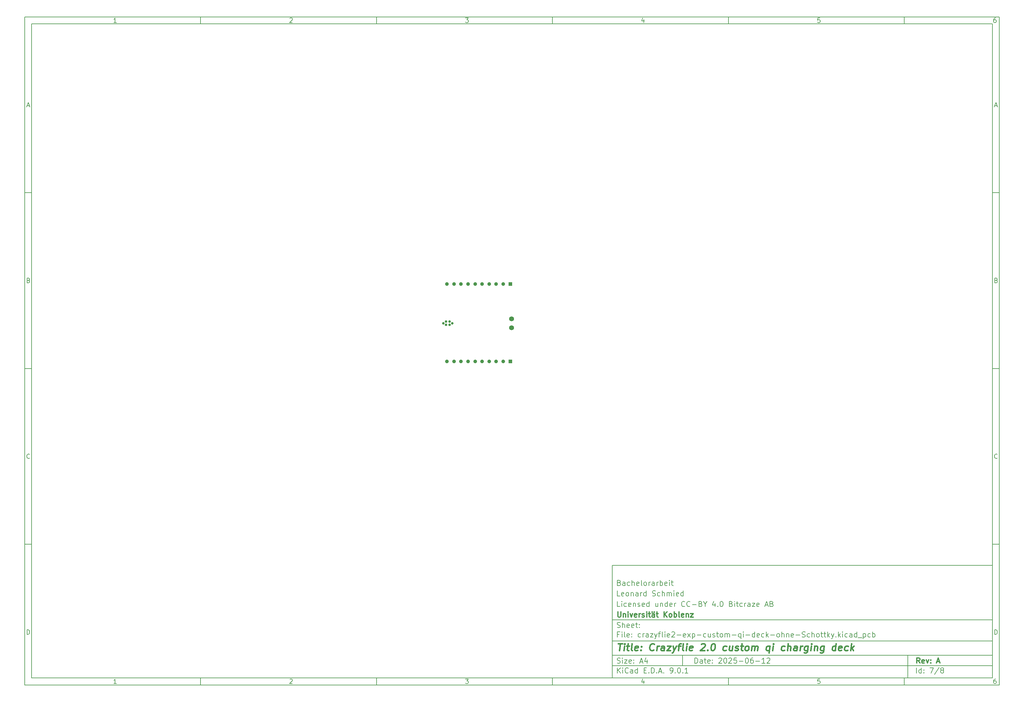
<source format=gbs>
%TF.GenerationSoftware,KiCad,Pcbnew,9.0.1*%
%TF.CreationDate,2025-07-31T18:48:45+02:00*%
%TF.ProjectId,crazyflie2-exp-custom-qi-deck-ohne-Schottky,6372617a-7966-46c6-9965-322d6578702d,A*%
%TF.SameCoordinates,Original*%
%TF.FileFunction,Soldermask,Bot*%
%TF.FilePolarity,Negative*%
%FSLAX46Y46*%
G04 Gerber Fmt 4.6, Leading zero omitted, Abs format (unit mm)*
G04 Created by KiCad (PCBNEW 9.0.1) date 2025-07-31 18:48:45*
%MOMM*%
%LPD*%
G01*
G04 APERTURE LIST*
%ADD10C,0.100000*%
%ADD11C,0.150000*%
%ADD12C,0.300000*%
%ADD13C,0.400000*%
%ADD14R,1.050000X1.050000*%
%ADD15C,1.050000*%
%ADD16C,0.703200*%
%ADD17C,1.400000*%
G04 APERTURE END LIST*
D10*
D11*
X177002200Y-166007200D02*
X285002200Y-166007200D01*
X285002200Y-198007200D01*
X177002200Y-198007200D01*
X177002200Y-166007200D01*
D10*
D11*
X10000000Y-10000000D02*
X287002200Y-10000000D01*
X287002200Y-200007200D01*
X10000000Y-200007200D01*
X10000000Y-10000000D01*
D10*
D11*
X12000000Y-12000000D02*
X285002200Y-12000000D01*
X285002200Y-198007200D01*
X12000000Y-198007200D01*
X12000000Y-12000000D01*
D10*
D11*
X60000000Y-12000000D02*
X60000000Y-10000000D01*
D10*
D11*
X110000000Y-12000000D02*
X110000000Y-10000000D01*
D10*
D11*
X160000000Y-12000000D02*
X160000000Y-10000000D01*
D10*
D11*
X210000000Y-12000000D02*
X210000000Y-10000000D01*
D10*
D11*
X260000000Y-12000000D02*
X260000000Y-10000000D01*
D10*
D11*
X36089160Y-11593604D02*
X35346303Y-11593604D01*
X35717731Y-11593604D02*
X35717731Y-10293604D01*
X35717731Y-10293604D02*
X35593922Y-10479319D01*
X35593922Y-10479319D02*
X35470112Y-10603128D01*
X35470112Y-10603128D02*
X35346303Y-10665033D01*
D10*
D11*
X85346303Y-10417414D02*
X85408207Y-10355509D01*
X85408207Y-10355509D02*
X85532017Y-10293604D01*
X85532017Y-10293604D02*
X85841541Y-10293604D01*
X85841541Y-10293604D02*
X85965350Y-10355509D01*
X85965350Y-10355509D02*
X86027255Y-10417414D01*
X86027255Y-10417414D02*
X86089160Y-10541223D01*
X86089160Y-10541223D02*
X86089160Y-10665033D01*
X86089160Y-10665033D02*
X86027255Y-10850747D01*
X86027255Y-10850747D02*
X85284398Y-11593604D01*
X85284398Y-11593604D02*
X86089160Y-11593604D01*
D10*
D11*
X135284398Y-10293604D02*
X136089160Y-10293604D01*
X136089160Y-10293604D02*
X135655826Y-10788842D01*
X135655826Y-10788842D02*
X135841541Y-10788842D01*
X135841541Y-10788842D02*
X135965350Y-10850747D01*
X135965350Y-10850747D02*
X136027255Y-10912652D01*
X136027255Y-10912652D02*
X136089160Y-11036461D01*
X136089160Y-11036461D02*
X136089160Y-11345985D01*
X136089160Y-11345985D02*
X136027255Y-11469795D01*
X136027255Y-11469795D02*
X135965350Y-11531700D01*
X135965350Y-11531700D02*
X135841541Y-11593604D01*
X135841541Y-11593604D02*
X135470112Y-11593604D01*
X135470112Y-11593604D02*
X135346303Y-11531700D01*
X135346303Y-11531700D02*
X135284398Y-11469795D01*
D10*
D11*
X185965350Y-10726938D02*
X185965350Y-11593604D01*
X185655826Y-10231700D02*
X185346303Y-11160271D01*
X185346303Y-11160271D02*
X186151064Y-11160271D01*
D10*
D11*
X236027255Y-10293604D02*
X235408207Y-10293604D01*
X235408207Y-10293604D02*
X235346303Y-10912652D01*
X235346303Y-10912652D02*
X235408207Y-10850747D01*
X235408207Y-10850747D02*
X235532017Y-10788842D01*
X235532017Y-10788842D02*
X235841541Y-10788842D01*
X235841541Y-10788842D02*
X235965350Y-10850747D01*
X235965350Y-10850747D02*
X236027255Y-10912652D01*
X236027255Y-10912652D02*
X236089160Y-11036461D01*
X236089160Y-11036461D02*
X236089160Y-11345985D01*
X236089160Y-11345985D02*
X236027255Y-11469795D01*
X236027255Y-11469795D02*
X235965350Y-11531700D01*
X235965350Y-11531700D02*
X235841541Y-11593604D01*
X235841541Y-11593604D02*
X235532017Y-11593604D01*
X235532017Y-11593604D02*
X235408207Y-11531700D01*
X235408207Y-11531700D02*
X235346303Y-11469795D01*
D10*
D11*
X285965350Y-10293604D02*
X285717731Y-10293604D01*
X285717731Y-10293604D02*
X285593922Y-10355509D01*
X285593922Y-10355509D02*
X285532017Y-10417414D01*
X285532017Y-10417414D02*
X285408207Y-10603128D01*
X285408207Y-10603128D02*
X285346303Y-10850747D01*
X285346303Y-10850747D02*
X285346303Y-11345985D01*
X285346303Y-11345985D02*
X285408207Y-11469795D01*
X285408207Y-11469795D02*
X285470112Y-11531700D01*
X285470112Y-11531700D02*
X285593922Y-11593604D01*
X285593922Y-11593604D02*
X285841541Y-11593604D01*
X285841541Y-11593604D02*
X285965350Y-11531700D01*
X285965350Y-11531700D02*
X286027255Y-11469795D01*
X286027255Y-11469795D02*
X286089160Y-11345985D01*
X286089160Y-11345985D02*
X286089160Y-11036461D01*
X286089160Y-11036461D02*
X286027255Y-10912652D01*
X286027255Y-10912652D02*
X285965350Y-10850747D01*
X285965350Y-10850747D02*
X285841541Y-10788842D01*
X285841541Y-10788842D02*
X285593922Y-10788842D01*
X285593922Y-10788842D02*
X285470112Y-10850747D01*
X285470112Y-10850747D02*
X285408207Y-10912652D01*
X285408207Y-10912652D02*
X285346303Y-11036461D01*
D10*
D11*
X60000000Y-198007200D02*
X60000000Y-200007200D01*
D10*
D11*
X110000000Y-198007200D02*
X110000000Y-200007200D01*
D10*
D11*
X160000000Y-198007200D02*
X160000000Y-200007200D01*
D10*
D11*
X210000000Y-198007200D02*
X210000000Y-200007200D01*
D10*
D11*
X260000000Y-198007200D02*
X260000000Y-200007200D01*
D10*
D11*
X36089160Y-199600804D02*
X35346303Y-199600804D01*
X35717731Y-199600804D02*
X35717731Y-198300804D01*
X35717731Y-198300804D02*
X35593922Y-198486519D01*
X35593922Y-198486519D02*
X35470112Y-198610328D01*
X35470112Y-198610328D02*
X35346303Y-198672233D01*
D10*
D11*
X85346303Y-198424614D02*
X85408207Y-198362709D01*
X85408207Y-198362709D02*
X85532017Y-198300804D01*
X85532017Y-198300804D02*
X85841541Y-198300804D01*
X85841541Y-198300804D02*
X85965350Y-198362709D01*
X85965350Y-198362709D02*
X86027255Y-198424614D01*
X86027255Y-198424614D02*
X86089160Y-198548423D01*
X86089160Y-198548423D02*
X86089160Y-198672233D01*
X86089160Y-198672233D02*
X86027255Y-198857947D01*
X86027255Y-198857947D02*
X85284398Y-199600804D01*
X85284398Y-199600804D02*
X86089160Y-199600804D01*
D10*
D11*
X135284398Y-198300804D02*
X136089160Y-198300804D01*
X136089160Y-198300804D02*
X135655826Y-198796042D01*
X135655826Y-198796042D02*
X135841541Y-198796042D01*
X135841541Y-198796042D02*
X135965350Y-198857947D01*
X135965350Y-198857947D02*
X136027255Y-198919852D01*
X136027255Y-198919852D02*
X136089160Y-199043661D01*
X136089160Y-199043661D02*
X136089160Y-199353185D01*
X136089160Y-199353185D02*
X136027255Y-199476995D01*
X136027255Y-199476995D02*
X135965350Y-199538900D01*
X135965350Y-199538900D02*
X135841541Y-199600804D01*
X135841541Y-199600804D02*
X135470112Y-199600804D01*
X135470112Y-199600804D02*
X135346303Y-199538900D01*
X135346303Y-199538900D02*
X135284398Y-199476995D01*
D10*
D11*
X185965350Y-198734138D02*
X185965350Y-199600804D01*
X185655826Y-198238900D02*
X185346303Y-199167471D01*
X185346303Y-199167471D02*
X186151064Y-199167471D01*
D10*
D11*
X236027255Y-198300804D02*
X235408207Y-198300804D01*
X235408207Y-198300804D02*
X235346303Y-198919852D01*
X235346303Y-198919852D02*
X235408207Y-198857947D01*
X235408207Y-198857947D02*
X235532017Y-198796042D01*
X235532017Y-198796042D02*
X235841541Y-198796042D01*
X235841541Y-198796042D02*
X235965350Y-198857947D01*
X235965350Y-198857947D02*
X236027255Y-198919852D01*
X236027255Y-198919852D02*
X236089160Y-199043661D01*
X236089160Y-199043661D02*
X236089160Y-199353185D01*
X236089160Y-199353185D02*
X236027255Y-199476995D01*
X236027255Y-199476995D02*
X235965350Y-199538900D01*
X235965350Y-199538900D02*
X235841541Y-199600804D01*
X235841541Y-199600804D02*
X235532017Y-199600804D01*
X235532017Y-199600804D02*
X235408207Y-199538900D01*
X235408207Y-199538900D02*
X235346303Y-199476995D01*
D10*
D11*
X285965350Y-198300804D02*
X285717731Y-198300804D01*
X285717731Y-198300804D02*
X285593922Y-198362709D01*
X285593922Y-198362709D02*
X285532017Y-198424614D01*
X285532017Y-198424614D02*
X285408207Y-198610328D01*
X285408207Y-198610328D02*
X285346303Y-198857947D01*
X285346303Y-198857947D02*
X285346303Y-199353185D01*
X285346303Y-199353185D02*
X285408207Y-199476995D01*
X285408207Y-199476995D02*
X285470112Y-199538900D01*
X285470112Y-199538900D02*
X285593922Y-199600804D01*
X285593922Y-199600804D02*
X285841541Y-199600804D01*
X285841541Y-199600804D02*
X285965350Y-199538900D01*
X285965350Y-199538900D02*
X286027255Y-199476995D01*
X286027255Y-199476995D02*
X286089160Y-199353185D01*
X286089160Y-199353185D02*
X286089160Y-199043661D01*
X286089160Y-199043661D02*
X286027255Y-198919852D01*
X286027255Y-198919852D02*
X285965350Y-198857947D01*
X285965350Y-198857947D02*
X285841541Y-198796042D01*
X285841541Y-198796042D02*
X285593922Y-198796042D01*
X285593922Y-198796042D02*
X285470112Y-198857947D01*
X285470112Y-198857947D02*
X285408207Y-198919852D01*
X285408207Y-198919852D02*
X285346303Y-199043661D01*
D10*
D11*
X10000000Y-60000000D02*
X12000000Y-60000000D01*
D10*
D11*
X10000000Y-110000000D02*
X12000000Y-110000000D01*
D10*
D11*
X10000000Y-160000000D02*
X12000000Y-160000000D01*
D10*
D11*
X10690476Y-35222176D02*
X11309523Y-35222176D01*
X10566666Y-35593604D02*
X10999999Y-34293604D01*
X10999999Y-34293604D02*
X11433333Y-35593604D01*
D10*
D11*
X11092857Y-84912652D02*
X11278571Y-84974557D01*
X11278571Y-84974557D02*
X11340476Y-85036461D01*
X11340476Y-85036461D02*
X11402380Y-85160271D01*
X11402380Y-85160271D02*
X11402380Y-85345985D01*
X11402380Y-85345985D02*
X11340476Y-85469795D01*
X11340476Y-85469795D02*
X11278571Y-85531700D01*
X11278571Y-85531700D02*
X11154761Y-85593604D01*
X11154761Y-85593604D02*
X10659523Y-85593604D01*
X10659523Y-85593604D02*
X10659523Y-84293604D01*
X10659523Y-84293604D02*
X11092857Y-84293604D01*
X11092857Y-84293604D02*
X11216666Y-84355509D01*
X11216666Y-84355509D02*
X11278571Y-84417414D01*
X11278571Y-84417414D02*
X11340476Y-84541223D01*
X11340476Y-84541223D02*
X11340476Y-84665033D01*
X11340476Y-84665033D02*
X11278571Y-84788842D01*
X11278571Y-84788842D02*
X11216666Y-84850747D01*
X11216666Y-84850747D02*
X11092857Y-84912652D01*
X11092857Y-84912652D02*
X10659523Y-84912652D01*
D10*
D11*
X11402380Y-135469795D02*
X11340476Y-135531700D01*
X11340476Y-135531700D02*
X11154761Y-135593604D01*
X11154761Y-135593604D02*
X11030952Y-135593604D01*
X11030952Y-135593604D02*
X10845238Y-135531700D01*
X10845238Y-135531700D02*
X10721428Y-135407890D01*
X10721428Y-135407890D02*
X10659523Y-135284080D01*
X10659523Y-135284080D02*
X10597619Y-135036461D01*
X10597619Y-135036461D02*
X10597619Y-134850747D01*
X10597619Y-134850747D02*
X10659523Y-134603128D01*
X10659523Y-134603128D02*
X10721428Y-134479319D01*
X10721428Y-134479319D02*
X10845238Y-134355509D01*
X10845238Y-134355509D02*
X11030952Y-134293604D01*
X11030952Y-134293604D02*
X11154761Y-134293604D01*
X11154761Y-134293604D02*
X11340476Y-134355509D01*
X11340476Y-134355509D02*
X11402380Y-134417414D01*
D10*
D11*
X10659523Y-185593604D02*
X10659523Y-184293604D01*
X10659523Y-184293604D02*
X10969047Y-184293604D01*
X10969047Y-184293604D02*
X11154761Y-184355509D01*
X11154761Y-184355509D02*
X11278571Y-184479319D01*
X11278571Y-184479319D02*
X11340476Y-184603128D01*
X11340476Y-184603128D02*
X11402380Y-184850747D01*
X11402380Y-184850747D02*
X11402380Y-185036461D01*
X11402380Y-185036461D02*
X11340476Y-185284080D01*
X11340476Y-185284080D02*
X11278571Y-185407890D01*
X11278571Y-185407890D02*
X11154761Y-185531700D01*
X11154761Y-185531700D02*
X10969047Y-185593604D01*
X10969047Y-185593604D02*
X10659523Y-185593604D01*
D10*
D11*
X287002200Y-60000000D02*
X285002200Y-60000000D01*
D10*
D11*
X287002200Y-110000000D02*
X285002200Y-110000000D01*
D10*
D11*
X287002200Y-160000000D02*
X285002200Y-160000000D01*
D10*
D11*
X285692676Y-35222176D02*
X286311723Y-35222176D01*
X285568866Y-35593604D02*
X286002199Y-34293604D01*
X286002199Y-34293604D02*
X286435533Y-35593604D01*
D10*
D11*
X286095057Y-84912652D02*
X286280771Y-84974557D01*
X286280771Y-84974557D02*
X286342676Y-85036461D01*
X286342676Y-85036461D02*
X286404580Y-85160271D01*
X286404580Y-85160271D02*
X286404580Y-85345985D01*
X286404580Y-85345985D02*
X286342676Y-85469795D01*
X286342676Y-85469795D02*
X286280771Y-85531700D01*
X286280771Y-85531700D02*
X286156961Y-85593604D01*
X286156961Y-85593604D02*
X285661723Y-85593604D01*
X285661723Y-85593604D02*
X285661723Y-84293604D01*
X285661723Y-84293604D02*
X286095057Y-84293604D01*
X286095057Y-84293604D02*
X286218866Y-84355509D01*
X286218866Y-84355509D02*
X286280771Y-84417414D01*
X286280771Y-84417414D02*
X286342676Y-84541223D01*
X286342676Y-84541223D02*
X286342676Y-84665033D01*
X286342676Y-84665033D02*
X286280771Y-84788842D01*
X286280771Y-84788842D02*
X286218866Y-84850747D01*
X286218866Y-84850747D02*
X286095057Y-84912652D01*
X286095057Y-84912652D02*
X285661723Y-84912652D01*
D10*
D11*
X286404580Y-135469795D02*
X286342676Y-135531700D01*
X286342676Y-135531700D02*
X286156961Y-135593604D01*
X286156961Y-135593604D02*
X286033152Y-135593604D01*
X286033152Y-135593604D02*
X285847438Y-135531700D01*
X285847438Y-135531700D02*
X285723628Y-135407890D01*
X285723628Y-135407890D02*
X285661723Y-135284080D01*
X285661723Y-135284080D02*
X285599819Y-135036461D01*
X285599819Y-135036461D02*
X285599819Y-134850747D01*
X285599819Y-134850747D02*
X285661723Y-134603128D01*
X285661723Y-134603128D02*
X285723628Y-134479319D01*
X285723628Y-134479319D02*
X285847438Y-134355509D01*
X285847438Y-134355509D02*
X286033152Y-134293604D01*
X286033152Y-134293604D02*
X286156961Y-134293604D01*
X286156961Y-134293604D02*
X286342676Y-134355509D01*
X286342676Y-134355509D02*
X286404580Y-134417414D01*
D10*
D11*
X285661723Y-185593604D02*
X285661723Y-184293604D01*
X285661723Y-184293604D02*
X285971247Y-184293604D01*
X285971247Y-184293604D02*
X286156961Y-184355509D01*
X286156961Y-184355509D02*
X286280771Y-184479319D01*
X286280771Y-184479319D02*
X286342676Y-184603128D01*
X286342676Y-184603128D02*
X286404580Y-184850747D01*
X286404580Y-184850747D02*
X286404580Y-185036461D01*
X286404580Y-185036461D02*
X286342676Y-185284080D01*
X286342676Y-185284080D02*
X286280771Y-185407890D01*
X286280771Y-185407890D02*
X286156961Y-185531700D01*
X286156961Y-185531700D02*
X285971247Y-185593604D01*
X285971247Y-185593604D02*
X285661723Y-185593604D01*
D10*
D11*
X200458026Y-193793328D02*
X200458026Y-192293328D01*
X200458026Y-192293328D02*
X200815169Y-192293328D01*
X200815169Y-192293328D02*
X201029455Y-192364757D01*
X201029455Y-192364757D02*
X201172312Y-192507614D01*
X201172312Y-192507614D02*
X201243741Y-192650471D01*
X201243741Y-192650471D02*
X201315169Y-192936185D01*
X201315169Y-192936185D02*
X201315169Y-193150471D01*
X201315169Y-193150471D02*
X201243741Y-193436185D01*
X201243741Y-193436185D02*
X201172312Y-193579042D01*
X201172312Y-193579042D02*
X201029455Y-193721900D01*
X201029455Y-193721900D02*
X200815169Y-193793328D01*
X200815169Y-193793328D02*
X200458026Y-193793328D01*
X202600884Y-193793328D02*
X202600884Y-193007614D01*
X202600884Y-193007614D02*
X202529455Y-192864757D01*
X202529455Y-192864757D02*
X202386598Y-192793328D01*
X202386598Y-192793328D02*
X202100884Y-192793328D01*
X202100884Y-192793328D02*
X201958026Y-192864757D01*
X202600884Y-193721900D02*
X202458026Y-193793328D01*
X202458026Y-193793328D02*
X202100884Y-193793328D01*
X202100884Y-193793328D02*
X201958026Y-193721900D01*
X201958026Y-193721900D02*
X201886598Y-193579042D01*
X201886598Y-193579042D02*
X201886598Y-193436185D01*
X201886598Y-193436185D02*
X201958026Y-193293328D01*
X201958026Y-193293328D02*
X202100884Y-193221900D01*
X202100884Y-193221900D02*
X202458026Y-193221900D01*
X202458026Y-193221900D02*
X202600884Y-193150471D01*
X203100884Y-192793328D02*
X203672312Y-192793328D01*
X203315169Y-192293328D02*
X203315169Y-193579042D01*
X203315169Y-193579042D02*
X203386598Y-193721900D01*
X203386598Y-193721900D02*
X203529455Y-193793328D01*
X203529455Y-193793328D02*
X203672312Y-193793328D01*
X204743741Y-193721900D02*
X204600884Y-193793328D01*
X204600884Y-193793328D02*
X204315170Y-193793328D01*
X204315170Y-193793328D02*
X204172312Y-193721900D01*
X204172312Y-193721900D02*
X204100884Y-193579042D01*
X204100884Y-193579042D02*
X204100884Y-193007614D01*
X204100884Y-193007614D02*
X204172312Y-192864757D01*
X204172312Y-192864757D02*
X204315170Y-192793328D01*
X204315170Y-192793328D02*
X204600884Y-192793328D01*
X204600884Y-192793328D02*
X204743741Y-192864757D01*
X204743741Y-192864757D02*
X204815170Y-193007614D01*
X204815170Y-193007614D02*
X204815170Y-193150471D01*
X204815170Y-193150471D02*
X204100884Y-193293328D01*
X205458026Y-193650471D02*
X205529455Y-193721900D01*
X205529455Y-193721900D02*
X205458026Y-193793328D01*
X205458026Y-193793328D02*
X205386598Y-193721900D01*
X205386598Y-193721900D02*
X205458026Y-193650471D01*
X205458026Y-193650471D02*
X205458026Y-193793328D01*
X205458026Y-192864757D02*
X205529455Y-192936185D01*
X205529455Y-192936185D02*
X205458026Y-193007614D01*
X205458026Y-193007614D02*
X205386598Y-192936185D01*
X205386598Y-192936185D02*
X205458026Y-192864757D01*
X205458026Y-192864757D02*
X205458026Y-193007614D01*
X207243741Y-192436185D02*
X207315169Y-192364757D01*
X207315169Y-192364757D02*
X207458027Y-192293328D01*
X207458027Y-192293328D02*
X207815169Y-192293328D01*
X207815169Y-192293328D02*
X207958027Y-192364757D01*
X207958027Y-192364757D02*
X208029455Y-192436185D01*
X208029455Y-192436185D02*
X208100884Y-192579042D01*
X208100884Y-192579042D02*
X208100884Y-192721900D01*
X208100884Y-192721900D02*
X208029455Y-192936185D01*
X208029455Y-192936185D02*
X207172312Y-193793328D01*
X207172312Y-193793328D02*
X208100884Y-193793328D01*
X209029455Y-192293328D02*
X209172312Y-192293328D01*
X209172312Y-192293328D02*
X209315169Y-192364757D01*
X209315169Y-192364757D02*
X209386598Y-192436185D01*
X209386598Y-192436185D02*
X209458026Y-192579042D01*
X209458026Y-192579042D02*
X209529455Y-192864757D01*
X209529455Y-192864757D02*
X209529455Y-193221900D01*
X209529455Y-193221900D02*
X209458026Y-193507614D01*
X209458026Y-193507614D02*
X209386598Y-193650471D01*
X209386598Y-193650471D02*
X209315169Y-193721900D01*
X209315169Y-193721900D02*
X209172312Y-193793328D01*
X209172312Y-193793328D02*
X209029455Y-193793328D01*
X209029455Y-193793328D02*
X208886598Y-193721900D01*
X208886598Y-193721900D02*
X208815169Y-193650471D01*
X208815169Y-193650471D02*
X208743740Y-193507614D01*
X208743740Y-193507614D02*
X208672312Y-193221900D01*
X208672312Y-193221900D02*
X208672312Y-192864757D01*
X208672312Y-192864757D02*
X208743740Y-192579042D01*
X208743740Y-192579042D02*
X208815169Y-192436185D01*
X208815169Y-192436185D02*
X208886598Y-192364757D01*
X208886598Y-192364757D02*
X209029455Y-192293328D01*
X210100883Y-192436185D02*
X210172311Y-192364757D01*
X210172311Y-192364757D02*
X210315169Y-192293328D01*
X210315169Y-192293328D02*
X210672311Y-192293328D01*
X210672311Y-192293328D02*
X210815169Y-192364757D01*
X210815169Y-192364757D02*
X210886597Y-192436185D01*
X210886597Y-192436185D02*
X210958026Y-192579042D01*
X210958026Y-192579042D02*
X210958026Y-192721900D01*
X210958026Y-192721900D02*
X210886597Y-192936185D01*
X210886597Y-192936185D02*
X210029454Y-193793328D01*
X210029454Y-193793328D02*
X210958026Y-193793328D01*
X212315168Y-192293328D02*
X211600882Y-192293328D01*
X211600882Y-192293328D02*
X211529454Y-193007614D01*
X211529454Y-193007614D02*
X211600882Y-192936185D01*
X211600882Y-192936185D02*
X211743740Y-192864757D01*
X211743740Y-192864757D02*
X212100882Y-192864757D01*
X212100882Y-192864757D02*
X212243740Y-192936185D01*
X212243740Y-192936185D02*
X212315168Y-193007614D01*
X212315168Y-193007614D02*
X212386597Y-193150471D01*
X212386597Y-193150471D02*
X212386597Y-193507614D01*
X212386597Y-193507614D02*
X212315168Y-193650471D01*
X212315168Y-193650471D02*
X212243740Y-193721900D01*
X212243740Y-193721900D02*
X212100882Y-193793328D01*
X212100882Y-193793328D02*
X211743740Y-193793328D01*
X211743740Y-193793328D02*
X211600882Y-193721900D01*
X211600882Y-193721900D02*
X211529454Y-193650471D01*
X213029453Y-193221900D02*
X214172311Y-193221900D01*
X215172311Y-192293328D02*
X215315168Y-192293328D01*
X215315168Y-192293328D02*
X215458025Y-192364757D01*
X215458025Y-192364757D02*
X215529454Y-192436185D01*
X215529454Y-192436185D02*
X215600882Y-192579042D01*
X215600882Y-192579042D02*
X215672311Y-192864757D01*
X215672311Y-192864757D02*
X215672311Y-193221900D01*
X215672311Y-193221900D02*
X215600882Y-193507614D01*
X215600882Y-193507614D02*
X215529454Y-193650471D01*
X215529454Y-193650471D02*
X215458025Y-193721900D01*
X215458025Y-193721900D02*
X215315168Y-193793328D01*
X215315168Y-193793328D02*
X215172311Y-193793328D01*
X215172311Y-193793328D02*
X215029454Y-193721900D01*
X215029454Y-193721900D02*
X214958025Y-193650471D01*
X214958025Y-193650471D02*
X214886596Y-193507614D01*
X214886596Y-193507614D02*
X214815168Y-193221900D01*
X214815168Y-193221900D02*
X214815168Y-192864757D01*
X214815168Y-192864757D02*
X214886596Y-192579042D01*
X214886596Y-192579042D02*
X214958025Y-192436185D01*
X214958025Y-192436185D02*
X215029454Y-192364757D01*
X215029454Y-192364757D02*
X215172311Y-192293328D01*
X216958025Y-192293328D02*
X216672310Y-192293328D01*
X216672310Y-192293328D02*
X216529453Y-192364757D01*
X216529453Y-192364757D02*
X216458025Y-192436185D01*
X216458025Y-192436185D02*
X216315167Y-192650471D01*
X216315167Y-192650471D02*
X216243739Y-192936185D01*
X216243739Y-192936185D02*
X216243739Y-193507614D01*
X216243739Y-193507614D02*
X216315167Y-193650471D01*
X216315167Y-193650471D02*
X216386596Y-193721900D01*
X216386596Y-193721900D02*
X216529453Y-193793328D01*
X216529453Y-193793328D02*
X216815167Y-193793328D01*
X216815167Y-193793328D02*
X216958025Y-193721900D01*
X216958025Y-193721900D02*
X217029453Y-193650471D01*
X217029453Y-193650471D02*
X217100882Y-193507614D01*
X217100882Y-193507614D02*
X217100882Y-193150471D01*
X217100882Y-193150471D02*
X217029453Y-193007614D01*
X217029453Y-193007614D02*
X216958025Y-192936185D01*
X216958025Y-192936185D02*
X216815167Y-192864757D01*
X216815167Y-192864757D02*
X216529453Y-192864757D01*
X216529453Y-192864757D02*
X216386596Y-192936185D01*
X216386596Y-192936185D02*
X216315167Y-193007614D01*
X216315167Y-193007614D02*
X216243739Y-193150471D01*
X217743738Y-193221900D02*
X218886596Y-193221900D01*
X220386596Y-193793328D02*
X219529453Y-193793328D01*
X219958024Y-193793328D02*
X219958024Y-192293328D01*
X219958024Y-192293328D02*
X219815167Y-192507614D01*
X219815167Y-192507614D02*
X219672310Y-192650471D01*
X219672310Y-192650471D02*
X219529453Y-192721900D01*
X220958024Y-192436185D02*
X221029452Y-192364757D01*
X221029452Y-192364757D02*
X221172310Y-192293328D01*
X221172310Y-192293328D02*
X221529452Y-192293328D01*
X221529452Y-192293328D02*
X221672310Y-192364757D01*
X221672310Y-192364757D02*
X221743738Y-192436185D01*
X221743738Y-192436185D02*
X221815167Y-192579042D01*
X221815167Y-192579042D02*
X221815167Y-192721900D01*
X221815167Y-192721900D02*
X221743738Y-192936185D01*
X221743738Y-192936185D02*
X220886595Y-193793328D01*
X220886595Y-193793328D02*
X221815167Y-193793328D01*
D10*
D11*
X177002200Y-194507200D02*
X285002200Y-194507200D01*
D10*
D11*
X178458026Y-196593328D02*
X178458026Y-195093328D01*
X179315169Y-196593328D02*
X178672312Y-195736185D01*
X179315169Y-195093328D02*
X178458026Y-195950471D01*
X179958026Y-196593328D02*
X179958026Y-195593328D01*
X179958026Y-195093328D02*
X179886598Y-195164757D01*
X179886598Y-195164757D02*
X179958026Y-195236185D01*
X179958026Y-195236185D02*
X180029455Y-195164757D01*
X180029455Y-195164757D02*
X179958026Y-195093328D01*
X179958026Y-195093328D02*
X179958026Y-195236185D01*
X181529455Y-196450471D02*
X181458027Y-196521900D01*
X181458027Y-196521900D02*
X181243741Y-196593328D01*
X181243741Y-196593328D02*
X181100884Y-196593328D01*
X181100884Y-196593328D02*
X180886598Y-196521900D01*
X180886598Y-196521900D02*
X180743741Y-196379042D01*
X180743741Y-196379042D02*
X180672312Y-196236185D01*
X180672312Y-196236185D02*
X180600884Y-195950471D01*
X180600884Y-195950471D02*
X180600884Y-195736185D01*
X180600884Y-195736185D02*
X180672312Y-195450471D01*
X180672312Y-195450471D02*
X180743741Y-195307614D01*
X180743741Y-195307614D02*
X180886598Y-195164757D01*
X180886598Y-195164757D02*
X181100884Y-195093328D01*
X181100884Y-195093328D02*
X181243741Y-195093328D01*
X181243741Y-195093328D02*
X181458027Y-195164757D01*
X181458027Y-195164757D02*
X181529455Y-195236185D01*
X182815170Y-196593328D02*
X182815170Y-195807614D01*
X182815170Y-195807614D02*
X182743741Y-195664757D01*
X182743741Y-195664757D02*
X182600884Y-195593328D01*
X182600884Y-195593328D02*
X182315170Y-195593328D01*
X182315170Y-195593328D02*
X182172312Y-195664757D01*
X182815170Y-196521900D02*
X182672312Y-196593328D01*
X182672312Y-196593328D02*
X182315170Y-196593328D01*
X182315170Y-196593328D02*
X182172312Y-196521900D01*
X182172312Y-196521900D02*
X182100884Y-196379042D01*
X182100884Y-196379042D02*
X182100884Y-196236185D01*
X182100884Y-196236185D02*
X182172312Y-196093328D01*
X182172312Y-196093328D02*
X182315170Y-196021900D01*
X182315170Y-196021900D02*
X182672312Y-196021900D01*
X182672312Y-196021900D02*
X182815170Y-195950471D01*
X184172313Y-196593328D02*
X184172313Y-195093328D01*
X184172313Y-196521900D02*
X184029455Y-196593328D01*
X184029455Y-196593328D02*
X183743741Y-196593328D01*
X183743741Y-196593328D02*
X183600884Y-196521900D01*
X183600884Y-196521900D02*
X183529455Y-196450471D01*
X183529455Y-196450471D02*
X183458027Y-196307614D01*
X183458027Y-196307614D02*
X183458027Y-195879042D01*
X183458027Y-195879042D02*
X183529455Y-195736185D01*
X183529455Y-195736185D02*
X183600884Y-195664757D01*
X183600884Y-195664757D02*
X183743741Y-195593328D01*
X183743741Y-195593328D02*
X184029455Y-195593328D01*
X184029455Y-195593328D02*
X184172313Y-195664757D01*
X186029455Y-195807614D02*
X186529455Y-195807614D01*
X186743741Y-196593328D02*
X186029455Y-196593328D01*
X186029455Y-196593328D02*
X186029455Y-195093328D01*
X186029455Y-195093328D02*
X186743741Y-195093328D01*
X187386598Y-196450471D02*
X187458027Y-196521900D01*
X187458027Y-196521900D02*
X187386598Y-196593328D01*
X187386598Y-196593328D02*
X187315170Y-196521900D01*
X187315170Y-196521900D02*
X187386598Y-196450471D01*
X187386598Y-196450471D02*
X187386598Y-196593328D01*
X188100884Y-196593328D02*
X188100884Y-195093328D01*
X188100884Y-195093328D02*
X188458027Y-195093328D01*
X188458027Y-195093328D02*
X188672313Y-195164757D01*
X188672313Y-195164757D02*
X188815170Y-195307614D01*
X188815170Y-195307614D02*
X188886599Y-195450471D01*
X188886599Y-195450471D02*
X188958027Y-195736185D01*
X188958027Y-195736185D02*
X188958027Y-195950471D01*
X188958027Y-195950471D02*
X188886599Y-196236185D01*
X188886599Y-196236185D02*
X188815170Y-196379042D01*
X188815170Y-196379042D02*
X188672313Y-196521900D01*
X188672313Y-196521900D02*
X188458027Y-196593328D01*
X188458027Y-196593328D02*
X188100884Y-196593328D01*
X189600884Y-196450471D02*
X189672313Y-196521900D01*
X189672313Y-196521900D02*
X189600884Y-196593328D01*
X189600884Y-196593328D02*
X189529456Y-196521900D01*
X189529456Y-196521900D02*
X189600884Y-196450471D01*
X189600884Y-196450471D02*
X189600884Y-196593328D01*
X190243742Y-196164757D02*
X190958028Y-196164757D01*
X190100885Y-196593328D02*
X190600885Y-195093328D01*
X190600885Y-195093328D02*
X191100885Y-196593328D01*
X191600884Y-196450471D02*
X191672313Y-196521900D01*
X191672313Y-196521900D02*
X191600884Y-196593328D01*
X191600884Y-196593328D02*
X191529456Y-196521900D01*
X191529456Y-196521900D02*
X191600884Y-196450471D01*
X191600884Y-196450471D02*
X191600884Y-196593328D01*
X193529456Y-196593328D02*
X193815170Y-196593328D01*
X193815170Y-196593328D02*
X193958027Y-196521900D01*
X193958027Y-196521900D02*
X194029456Y-196450471D01*
X194029456Y-196450471D02*
X194172313Y-196236185D01*
X194172313Y-196236185D02*
X194243742Y-195950471D01*
X194243742Y-195950471D02*
X194243742Y-195379042D01*
X194243742Y-195379042D02*
X194172313Y-195236185D01*
X194172313Y-195236185D02*
X194100885Y-195164757D01*
X194100885Y-195164757D02*
X193958027Y-195093328D01*
X193958027Y-195093328D02*
X193672313Y-195093328D01*
X193672313Y-195093328D02*
X193529456Y-195164757D01*
X193529456Y-195164757D02*
X193458027Y-195236185D01*
X193458027Y-195236185D02*
X193386599Y-195379042D01*
X193386599Y-195379042D02*
X193386599Y-195736185D01*
X193386599Y-195736185D02*
X193458027Y-195879042D01*
X193458027Y-195879042D02*
X193529456Y-195950471D01*
X193529456Y-195950471D02*
X193672313Y-196021900D01*
X193672313Y-196021900D02*
X193958027Y-196021900D01*
X193958027Y-196021900D02*
X194100885Y-195950471D01*
X194100885Y-195950471D02*
X194172313Y-195879042D01*
X194172313Y-195879042D02*
X194243742Y-195736185D01*
X194886598Y-196450471D02*
X194958027Y-196521900D01*
X194958027Y-196521900D02*
X194886598Y-196593328D01*
X194886598Y-196593328D02*
X194815170Y-196521900D01*
X194815170Y-196521900D02*
X194886598Y-196450471D01*
X194886598Y-196450471D02*
X194886598Y-196593328D01*
X195886599Y-195093328D02*
X196029456Y-195093328D01*
X196029456Y-195093328D02*
X196172313Y-195164757D01*
X196172313Y-195164757D02*
X196243742Y-195236185D01*
X196243742Y-195236185D02*
X196315170Y-195379042D01*
X196315170Y-195379042D02*
X196386599Y-195664757D01*
X196386599Y-195664757D02*
X196386599Y-196021900D01*
X196386599Y-196021900D02*
X196315170Y-196307614D01*
X196315170Y-196307614D02*
X196243742Y-196450471D01*
X196243742Y-196450471D02*
X196172313Y-196521900D01*
X196172313Y-196521900D02*
X196029456Y-196593328D01*
X196029456Y-196593328D02*
X195886599Y-196593328D01*
X195886599Y-196593328D02*
X195743742Y-196521900D01*
X195743742Y-196521900D02*
X195672313Y-196450471D01*
X195672313Y-196450471D02*
X195600884Y-196307614D01*
X195600884Y-196307614D02*
X195529456Y-196021900D01*
X195529456Y-196021900D02*
X195529456Y-195664757D01*
X195529456Y-195664757D02*
X195600884Y-195379042D01*
X195600884Y-195379042D02*
X195672313Y-195236185D01*
X195672313Y-195236185D02*
X195743742Y-195164757D01*
X195743742Y-195164757D02*
X195886599Y-195093328D01*
X197029455Y-196450471D02*
X197100884Y-196521900D01*
X197100884Y-196521900D02*
X197029455Y-196593328D01*
X197029455Y-196593328D02*
X196958027Y-196521900D01*
X196958027Y-196521900D02*
X197029455Y-196450471D01*
X197029455Y-196450471D02*
X197029455Y-196593328D01*
X198529456Y-196593328D02*
X197672313Y-196593328D01*
X198100884Y-196593328D02*
X198100884Y-195093328D01*
X198100884Y-195093328D02*
X197958027Y-195307614D01*
X197958027Y-195307614D02*
X197815170Y-195450471D01*
X197815170Y-195450471D02*
X197672313Y-195521900D01*
D10*
D11*
X177002200Y-191507200D02*
X285002200Y-191507200D01*
D10*
D12*
X264413853Y-193785528D02*
X263913853Y-193071242D01*
X263556710Y-193785528D02*
X263556710Y-192285528D01*
X263556710Y-192285528D02*
X264128139Y-192285528D01*
X264128139Y-192285528D02*
X264270996Y-192356957D01*
X264270996Y-192356957D02*
X264342425Y-192428385D01*
X264342425Y-192428385D02*
X264413853Y-192571242D01*
X264413853Y-192571242D02*
X264413853Y-192785528D01*
X264413853Y-192785528D02*
X264342425Y-192928385D01*
X264342425Y-192928385D02*
X264270996Y-192999814D01*
X264270996Y-192999814D02*
X264128139Y-193071242D01*
X264128139Y-193071242D02*
X263556710Y-193071242D01*
X265628139Y-193714100D02*
X265485282Y-193785528D01*
X265485282Y-193785528D02*
X265199568Y-193785528D01*
X265199568Y-193785528D02*
X265056710Y-193714100D01*
X265056710Y-193714100D02*
X264985282Y-193571242D01*
X264985282Y-193571242D02*
X264985282Y-192999814D01*
X264985282Y-192999814D02*
X265056710Y-192856957D01*
X265056710Y-192856957D02*
X265199568Y-192785528D01*
X265199568Y-192785528D02*
X265485282Y-192785528D01*
X265485282Y-192785528D02*
X265628139Y-192856957D01*
X265628139Y-192856957D02*
X265699568Y-192999814D01*
X265699568Y-192999814D02*
X265699568Y-193142671D01*
X265699568Y-193142671D02*
X264985282Y-193285528D01*
X266199567Y-192785528D02*
X266556710Y-193785528D01*
X266556710Y-193785528D02*
X266913853Y-192785528D01*
X267485281Y-193642671D02*
X267556710Y-193714100D01*
X267556710Y-193714100D02*
X267485281Y-193785528D01*
X267485281Y-193785528D02*
X267413853Y-193714100D01*
X267413853Y-193714100D02*
X267485281Y-193642671D01*
X267485281Y-193642671D02*
X267485281Y-193785528D01*
X267485281Y-192856957D02*
X267556710Y-192928385D01*
X267556710Y-192928385D02*
X267485281Y-192999814D01*
X267485281Y-192999814D02*
X267413853Y-192928385D01*
X267413853Y-192928385D02*
X267485281Y-192856957D01*
X267485281Y-192856957D02*
X267485281Y-192999814D01*
X269270996Y-193356957D02*
X269985282Y-193356957D01*
X269128139Y-193785528D02*
X269628139Y-192285528D01*
X269628139Y-192285528D02*
X270128139Y-193785528D01*
D10*
D11*
X178386598Y-193721900D02*
X178600884Y-193793328D01*
X178600884Y-193793328D02*
X178958026Y-193793328D01*
X178958026Y-193793328D02*
X179100884Y-193721900D01*
X179100884Y-193721900D02*
X179172312Y-193650471D01*
X179172312Y-193650471D02*
X179243741Y-193507614D01*
X179243741Y-193507614D02*
X179243741Y-193364757D01*
X179243741Y-193364757D02*
X179172312Y-193221900D01*
X179172312Y-193221900D02*
X179100884Y-193150471D01*
X179100884Y-193150471D02*
X178958026Y-193079042D01*
X178958026Y-193079042D02*
X178672312Y-193007614D01*
X178672312Y-193007614D02*
X178529455Y-192936185D01*
X178529455Y-192936185D02*
X178458026Y-192864757D01*
X178458026Y-192864757D02*
X178386598Y-192721900D01*
X178386598Y-192721900D02*
X178386598Y-192579042D01*
X178386598Y-192579042D02*
X178458026Y-192436185D01*
X178458026Y-192436185D02*
X178529455Y-192364757D01*
X178529455Y-192364757D02*
X178672312Y-192293328D01*
X178672312Y-192293328D02*
X179029455Y-192293328D01*
X179029455Y-192293328D02*
X179243741Y-192364757D01*
X179886597Y-193793328D02*
X179886597Y-192793328D01*
X179886597Y-192293328D02*
X179815169Y-192364757D01*
X179815169Y-192364757D02*
X179886597Y-192436185D01*
X179886597Y-192436185D02*
X179958026Y-192364757D01*
X179958026Y-192364757D02*
X179886597Y-192293328D01*
X179886597Y-192293328D02*
X179886597Y-192436185D01*
X180458026Y-192793328D02*
X181243741Y-192793328D01*
X181243741Y-192793328D02*
X180458026Y-193793328D01*
X180458026Y-193793328D02*
X181243741Y-193793328D01*
X182386598Y-193721900D02*
X182243741Y-193793328D01*
X182243741Y-193793328D02*
X181958027Y-193793328D01*
X181958027Y-193793328D02*
X181815169Y-193721900D01*
X181815169Y-193721900D02*
X181743741Y-193579042D01*
X181743741Y-193579042D02*
X181743741Y-193007614D01*
X181743741Y-193007614D02*
X181815169Y-192864757D01*
X181815169Y-192864757D02*
X181958027Y-192793328D01*
X181958027Y-192793328D02*
X182243741Y-192793328D01*
X182243741Y-192793328D02*
X182386598Y-192864757D01*
X182386598Y-192864757D02*
X182458027Y-193007614D01*
X182458027Y-193007614D02*
X182458027Y-193150471D01*
X182458027Y-193150471D02*
X181743741Y-193293328D01*
X183100883Y-193650471D02*
X183172312Y-193721900D01*
X183172312Y-193721900D02*
X183100883Y-193793328D01*
X183100883Y-193793328D02*
X183029455Y-193721900D01*
X183029455Y-193721900D02*
X183100883Y-193650471D01*
X183100883Y-193650471D02*
X183100883Y-193793328D01*
X183100883Y-192864757D02*
X183172312Y-192936185D01*
X183172312Y-192936185D02*
X183100883Y-193007614D01*
X183100883Y-193007614D02*
X183029455Y-192936185D01*
X183029455Y-192936185D02*
X183100883Y-192864757D01*
X183100883Y-192864757D02*
X183100883Y-193007614D01*
X184886598Y-193364757D02*
X185600884Y-193364757D01*
X184743741Y-193793328D02*
X185243741Y-192293328D01*
X185243741Y-192293328D02*
X185743741Y-193793328D01*
X186886598Y-192793328D02*
X186886598Y-193793328D01*
X186529455Y-192221900D02*
X186172312Y-193293328D01*
X186172312Y-193293328D02*
X187100883Y-193293328D01*
D10*
D11*
X263458026Y-196593328D02*
X263458026Y-195093328D01*
X264815170Y-196593328D02*
X264815170Y-195093328D01*
X264815170Y-196521900D02*
X264672312Y-196593328D01*
X264672312Y-196593328D02*
X264386598Y-196593328D01*
X264386598Y-196593328D02*
X264243741Y-196521900D01*
X264243741Y-196521900D02*
X264172312Y-196450471D01*
X264172312Y-196450471D02*
X264100884Y-196307614D01*
X264100884Y-196307614D02*
X264100884Y-195879042D01*
X264100884Y-195879042D02*
X264172312Y-195736185D01*
X264172312Y-195736185D02*
X264243741Y-195664757D01*
X264243741Y-195664757D02*
X264386598Y-195593328D01*
X264386598Y-195593328D02*
X264672312Y-195593328D01*
X264672312Y-195593328D02*
X264815170Y-195664757D01*
X265529455Y-196450471D02*
X265600884Y-196521900D01*
X265600884Y-196521900D02*
X265529455Y-196593328D01*
X265529455Y-196593328D02*
X265458027Y-196521900D01*
X265458027Y-196521900D02*
X265529455Y-196450471D01*
X265529455Y-196450471D02*
X265529455Y-196593328D01*
X265529455Y-195664757D02*
X265600884Y-195736185D01*
X265600884Y-195736185D02*
X265529455Y-195807614D01*
X265529455Y-195807614D02*
X265458027Y-195736185D01*
X265458027Y-195736185D02*
X265529455Y-195664757D01*
X265529455Y-195664757D02*
X265529455Y-195807614D01*
X267243741Y-195093328D02*
X268243741Y-195093328D01*
X268243741Y-195093328D02*
X267600884Y-196593328D01*
X269886598Y-195021900D02*
X268600884Y-196950471D01*
X270600884Y-195736185D02*
X270458027Y-195664757D01*
X270458027Y-195664757D02*
X270386598Y-195593328D01*
X270386598Y-195593328D02*
X270315170Y-195450471D01*
X270315170Y-195450471D02*
X270315170Y-195379042D01*
X270315170Y-195379042D02*
X270386598Y-195236185D01*
X270386598Y-195236185D02*
X270458027Y-195164757D01*
X270458027Y-195164757D02*
X270600884Y-195093328D01*
X270600884Y-195093328D02*
X270886598Y-195093328D01*
X270886598Y-195093328D02*
X271029456Y-195164757D01*
X271029456Y-195164757D02*
X271100884Y-195236185D01*
X271100884Y-195236185D02*
X271172313Y-195379042D01*
X271172313Y-195379042D02*
X271172313Y-195450471D01*
X271172313Y-195450471D02*
X271100884Y-195593328D01*
X271100884Y-195593328D02*
X271029456Y-195664757D01*
X271029456Y-195664757D02*
X270886598Y-195736185D01*
X270886598Y-195736185D02*
X270600884Y-195736185D01*
X270600884Y-195736185D02*
X270458027Y-195807614D01*
X270458027Y-195807614D02*
X270386598Y-195879042D01*
X270386598Y-195879042D02*
X270315170Y-196021900D01*
X270315170Y-196021900D02*
X270315170Y-196307614D01*
X270315170Y-196307614D02*
X270386598Y-196450471D01*
X270386598Y-196450471D02*
X270458027Y-196521900D01*
X270458027Y-196521900D02*
X270600884Y-196593328D01*
X270600884Y-196593328D02*
X270886598Y-196593328D01*
X270886598Y-196593328D02*
X271029456Y-196521900D01*
X271029456Y-196521900D02*
X271100884Y-196450471D01*
X271100884Y-196450471D02*
X271172313Y-196307614D01*
X271172313Y-196307614D02*
X271172313Y-196021900D01*
X271172313Y-196021900D02*
X271100884Y-195879042D01*
X271100884Y-195879042D02*
X271029456Y-195807614D01*
X271029456Y-195807614D02*
X270886598Y-195736185D01*
D10*
D11*
X177002200Y-187507200D02*
X285002200Y-187507200D01*
D10*
D13*
X178693928Y-188211638D02*
X179836785Y-188211638D01*
X179015357Y-190211638D02*
X179265357Y-188211638D01*
X180253452Y-190211638D02*
X180420119Y-188878304D01*
X180503452Y-188211638D02*
X180396309Y-188306876D01*
X180396309Y-188306876D02*
X180479643Y-188402114D01*
X180479643Y-188402114D02*
X180586786Y-188306876D01*
X180586786Y-188306876D02*
X180503452Y-188211638D01*
X180503452Y-188211638D02*
X180479643Y-188402114D01*
X181086786Y-188878304D02*
X181848690Y-188878304D01*
X181455833Y-188211638D02*
X181241548Y-189925923D01*
X181241548Y-189925923D02*
X181312976Y-190116400D01*
X181312976Y-190116400D02*
X181491548Y-190211638D01*
X181491548Y-190211638D02*
X181682024Y-190211638D01*
X182634405Y-190211638D02*
X182455833Y-190116400D01*
X182455833Y-190116400D02*
X182384405Y-189925923D01*
X182384405Y-189925923D02*
X182598690Y-188211638D01*
X184170119Y-190116400D02*
X183967738Y-190211638D01*
X183967738Y-190211638D02*
X183586785Y-190211638D01*
X183586785Y-190211638D02*
X183408214Y-190116400D01*
X183408214Y-190116400D02*
X183336785Y-189925923D01*
X183336785Y-189925923D02*
X183432024Y-189164019D01*
X183432024Y-189164019D02*
X183551071Y-188973542D01*
X183551071Y-188973542D02*
X183753452Y-188878304D01*
X183753452Y-188878304D02*
X184134404Y-188878304D01*
X184134404Y-188878304D02*
X184312976Y-188973542D01*
X184312976Y-188973542D02*
X184384404Y-189164019D01*
X184384404Y-189164019D02*
X184360595Y-189354495D01*
X184360595Y-189354495D02*
X183384404Y-189544971D01*
X185134405Y-190021161D02*
X185217738Y-190116400D01*
X185217738Y-190116400D02*
X185110595Y-190211638D01*
X185110595Y-190211638D02*
X185027262Y-190116400D01*
X185027262Y-190116400D02*
X185134405Y-190021161D01*
X185134405Y-190021161D02*
X185110595Y-190211638D01*
X185265357Y-188973542D02*
X185348690Y-189068780D01*
X185348690Y-189068780D02*
X185241548Y-189164019D01*
X185241548Y-189164019D02*
X185158214Y-189068780D01*
X185158214Y-189068780D02*
X185265357Y-188973542D01*
X185265357Y-188973542D02*
X185241548Y-189164019D01*
X188753453Y-190021161D02*
X188646310Y-190116400D01*
X188646310Y-190116400D02*
X188348691Y-190211638D01*
X188348691Y-190211638D02*
X188158215Y-190211638D01*
X188158215Y-190211638D02*
X187884405Y-190116400D01*
X187884405Y-190116400D02*
X187717739Y-189925923D01*
X187717739Y-189925923D02*
X187646310Y-189735447D01*
X187646310Y-189735447D02*
X187598691Y-189354495D01*
X187598691Y-189354495D02*
X187634405Y-189068780D01*
X187634405Y-189068780D02*
X187777262Y-188687828D01*
X187777262Y-188687828D02*
X187896310Y-188497352D01*
X187896310Y-188497352D02*
X188110596Y-188306876D01*
X188110596Y-188306876D02*
X188408215Y-188211638D01*
X188408215Y-188211638D02*
X188598691Y-188211638D01*
X188598691Y-188211638D02*
X188872501Y-188306876D01*
X188872501Y-188306876D02*
X188955834Y-188402114D01*
X189586786Y-190211638D02*
X189753453Y-188878304D01*
X189705834Y-189259257D02*
X189824881Y-189068780D01*
X189824881Y-189068780D02*
X189932024Y-188973542D01*
X189932024Y-188973542D02*
X190134405Y-188878304D01*
X190134405Y-188878304D02*
X190324881Y-188878304D01*
X191682024Y-190211638D02*
X191812976Y-189164019D01*
X191812976Y-189164019D02*
X191741548Y-188973542D01*
X191741548Y-188973542D02*
X191562976Y-188878304D01*
X191562976Y-188878304D02*
X191182024Y-188878304D01*
X191182024Y-188878304D02*
X190979643Y-188973542D01*
X191693929Y-190116400D02*
X191491548Y-190211638D01*
X191491548Y-190211638D02*
X191015357Y-190211638D01*
X191015357Y-190211638D02*
X190836786Y-190116400D01*
X190836786Y-190116400D02*
X190765357Y-189925923D01*
X190765357Y-189925923D02*
X190789167Y-189735447D01*
X190789167Y-189735447D02*
X190908215Y-189544971D01*
X190908215Y-189544971D02*
X191110596Y-189449733D01*
X191110596Y-189449733D02*
X191586786Y-189449733D01*
X191586786Y-189449733D02*
X191789167Y-189354495D01*
X192610596Y-188878304D02*
X193658215Y-188878304D01*
X193658215Y-188878304D02*
X192443929Y-190211638D01*
X192443929Y-190211638D02*
X193491548Y-190211638D01*
X194229644Y-188878304D02*
X194539168Y-190211638D01*
X195182025Y-188878304D02*
X194539168Y-190211638D01*
X194539168Y-190211638D02*
X194289168Y-190687828D01*
X194289168Y-190687828D02*
X194182025Y-190783066D01*
X194182025Y-190783066D02*
X193979644Y-190878304D01*
X195658216Y-188878304D02*
X196420120Y-188878304D01*
X195777263Y-190211638D02*
X195991549Y-188497352D01*
X195991549Y-188497352D02*
X196110597Y-188306876D01*
X196110597Y-188306876D02*
X196312978Y-188211638D01*
X196312978Y-188211638D02*
X196503454Y-188211638D01*
X197205835Y-190211638D02*
X197027263Y-190116400D01*
X197027263Y-190116400D02*
X196955835Y-189925923D01*
X196955835Y-189925923D02*
X197170120Y-188211638D01*
X197967739Y-190211638D02*
X198134406Y-188878304D01*
X198217739Y-188211638D02*
X198110596Y-188306876D01*
X198110596Y-188306876D02*
X198193930Y-188402114D01*
X198193930Y-188402114D02*
X198301073Y-188306876D01*
X198301073Y-188306876D02*
X198217739Y-188211638D01*
X198217739Y-188211638D02*
X198193930Y-188402114D01*
X199693930Y-190116400D02*
X199491549Y-190211638D01*
X199491549Y-190211638D02*
X199110596Y-190211638D01*
X199110596Y-190211638D02*
X198932025Y-190116400D01*
X198932025Y-190116400D02*
X198860596Y-189925923D01*
X198860596Y-189925923D02*
X198955835Y-189164019D01*
X198955835Y-189164019D02*
X199074882Y-188973542D01*
X199074882Y-188973542D02*
X199277263Y-188878304D01*
X199277263Y-188878304D02*
X199658215Y-188878304D01*
X199658215Y-188878304D02*
X199836787Y-188973542D01*
X199836787Y-188973542D02*
X199908215Y-189164019D01*
X199908215Y-189164019D02*
X199884406Y-189354495D01*
X199884406Y-189354495D02*
X198908215Y-189544971D01*
X202289169Y-188402114D02*
X202396311Y-188306876D01*
X202396311Y-188306876D02*
X202598692Y-188211638D01*
X202598692Y-188211638D02*
X203074883Y-188211638D01*
X203074883Y-188211638D02*
X203253454Y-188306876D01*
X203253454Y-188306876D02*
X203336788Y-188402114D01*
X203336788Y-188402114D02*
X203408216Y-188592590D01*
X203408216Y-188592590D02*
X203384407Y-188783066D01*
X203384407Y-188783066D02*
X203253454Y-189068780D01*
X203253454Y-189068780D02*
X201967740Y-190211638D01*
X201967740Y-190211638D02*
X203205835Y-190211638D01*
X204086788Y-190021161D02*
X204170121Y-190116400D01*
X204170121Y-190116400D02*
X204062978Y-190211638D01*
X204062978Y-190211638D02*
X203979645Y-190116400D01*
X203979645Y-190116400D02*
X204086788Y-190021161D01*
X204086788Y-190021161D02*
X204062978Y-190211638D01*
X205646312Y-188211638D02*
X205836788Y-188211638D01*
X205836788Y-188211638D02*
X206015359Y-188306876D01*
X206015359Y-188306876D02*
X206098693Y-188402114D01*
X206098693Y-188402114D02*
X206170121Y-188592590D01*
X206170121Y-188592590D02*
X206217740Y-188973542D01*
X206217740Y-188973542D02*
X206158216Y-189449733D01*
X206158216Y-189449733D02*
X206015359Y-189830685D01*
X206015359Y-189830685D02*
X205896312Y-190021161D01*
X205896312Y-190021161D02*
X205789169Y-190116400D01*
X205789169Y-190116400D02*
X205586788Y-190211638D01*
X205586788Y-190211638D02*
X205396312Y-190211638D01*
X205396312Y-190211638D02*
X205217740Y-190116400D01*
X205217740Y-190116400D02*
X205134407Y-190021161D01*
X205134407Y-190021161D02*
X205062978Y-189830685D01*
X205062978Y-189830685D02*
X205015359Y-189449733D01*
X205015359Y-189449733D02*
X205074883Y-188973542D01*
X205074883Y-188973542D02*
X205217740Y-188592590D01*
X205217740Y-188592590D02*
X205336788Y-188402114D01*
X205336788Y-188402114D02*
X205443931Y-188306876D01*
X205443931Y-188306876D02*
X205646312Y-188211638D01*
X209312979Y-190116400D02*
X209110598Y-190211638D01*
X209110598Y-190211638D02*
X208729646Y-190211638D01*
X208729646Y-190211638D02*
X208551074Y-190116400D01*
X208551074Y-190116400D02*
X208467741Y-190021161D01*
X208467741Y-190021161D02*
X208396312Y-189830685D01*
X208396312Y-189830685D02*
X208467741Y-189259257D01*
X208467741Y-189259257D02*
X208586788Y-189068780D01*
X208586788Y-189068780D02*
X208693931Y-188973542D01*
X208693931Y-188973542D02*
X208896312Y-188878304D01*
X208896312Y-188878304D02*
X209277265Y-188878304D01*
X209277265Y-188878304D02*
X209455836Y-188973542D01*
X211182027Y-188878304D02*
X211015360Y-190211638D01*
X210324884Y-188878304D02*
X210193932Y-189925923D01*
X210193932Y-189925923D02*
X210265360Y-190116400D01*
X210265360Y-190116400D02*
X210443932Y-190211638D01*
X210443932Y-190211638D02*
X210729646Y-190211638D01*
X210729646Y-190211638D02*
X210932027Y-190116400D01*
X210932027Y-190116400D02*
X211039170Y-190021161D01*
X211884408Y-190116400D02*
X212062979Y-190211638D01*
X212062979Y-190211638D02*
X212443932Y-190211638D01*
X212443932Y-190211638D02*
X212646313Y-190116400D01*
X212646313Y-190116400D02*
X212765360Y-189925923D01*
X212765360Y-189925923D02*
X212777265Y-189830685D01*
X212777265Y-189830685D02*
X212705836Y-189640209D01*
X212705836Y-189640209D02*
X212527265Y-189544971D01*
X212527265Y-189544971D02*
X212241551Y-189544971D01*
X212241551Y-189544971D02*
X212062979Y-189449733D01*
X212062979Y-189449733D02*
X211991551Y-189259257D01*
X211991551Y-189259257D02*
X212003456Y-189164019D01*
X212003456Y-189164019D02*
X212122503Y-188973542D01*
X212122503Y-188973542D02*
X212324884Y-188878304D01*
X212324884Y-188878304D02*
X212610598Y-188878304D01*
X212610598Y-188878304D02*
X212789170Y-188973542D01*
X213467742Y-188878304D02*
X214229646Y-188878304D01*
X213836789Y-188211638D02*
X213622504Y-189925923D01*
X213622504Y-189925923D02*
X213693932Y-190116400D01*
X213693932Y-190116400D02*
X213872504Y-190211638D01*
X213872504Y-190211638D02*
X214062980Y-190211638D01*
X215015361Y-190211638D02*
X214836789Y-190116400D01*
X214836789Y-190116400D02*
X214753456Y-190021161D01*
X214753456Y-190021161D02*
X214682027Y-189830685D01*
X214682027Y-189830685D02*
X214753456Y-189259257D01*
X214753456Y-189259257D02*
X214872503Y-189068780D01*
X214872503Y-189068780D02*
X214979646Y-188973542D01*
X214979646Y-188973542D02*
X215182027Y-188878304D01*
X215182027Y-188878304D02*
X215467741Y-188878304D01*
X215467741Y-188878304D02*
X215646313Y-188973542D01*
X215646313Y-188973542D02*
X215729646Y-189068780D01*
X215729646Y-189068780D02*
X215801075Y-189259257D01*
X215801075Y-189259257D02*
X215729646Y-189830685D01*
X215729646Y-189830685D02*
X215610599Y-190021161D01*
X215610599Y-190021161D02*
X215503456Y-190116400D01*
X215503456Y-190116400D02*
X215301075Y-190211638D01*
X215301075Y-190211638D02*
X215015361Y-190211638D01*
X216539170Y-190211638D02*
X216705837Y-188878304D01*
X216682027Y-189068780D02*
X216789170Y-188973542D01*
X216789170Y-188973542D02*
X216991551Y-188878304D01*
X216991551Y-188878304D02*
X217277265Y-188878304D01*
X217277265Y-188878304D02*
X217455837Y-188973542D01*
X217455837Y-188973542D02*
X217527265Y-189164019D01*
X217527265Y-189164019D02*
X217396313Y-190211638D01*
X217527265Y-189164019D02*
X217646313Y-188973542D01*
X217646313Y-188973542D02*
X217848694Y-188878304D01*
X217848694Y-188878304D02*
X218134408Y-188878304D01*
X218134408Y-188878304D02*
X218312980Y-188973542D01*
X218312980Y-188973542D02*
X218384408Y-189164019D01*
X218384408Y-189164019D02*
X218253456Y-190211638D01*
X221753457Y-188878304D02*
X221503457Y-190878304D01*
X221598695Y-190116400D02*
X221396314Y-190211638D01*
X221396314Y-190211638D02*
X221015362Y-190211638D01*
X221015362Y-190211638D02*
X220836790Y-190116400D01*
X220836790Y-190116400D02*
X220753457Y-190021161D01*
X220753457Y-190021161D02*
X220682028Y-189830685D01*
X220682028Y-189830685D02*
X220753457Y-189259257D01*
X220753457Y-189259257D02*
X220872504Y-189068780D01*
X220872504Y-189068780D02*
X220979647Y-188973542D01*
X220979647Y-188973542D02*
X221182028Y-188878304D01*
X221182028Y-188878304D02*
X221562981Y-188878304D01*
X221562981Y-188878304D02*
X221741552Y-188973542D01*
X222539171Y-190211638D02*
X222705838Y-188878304D01*
X222789171Y-188211638D02*
X222682028Y-188306876D01*
X222682028Y-188306876D02*
X222765362Y-188402114D01*
X222765362Y-188402114D02*
X222872505Y-188306876D01*
X222872505Y-188306876D02*
X222789171Y-188211638D01*
X222789171Y-188211638D02*
X222765362Y-188402114D01*
X225884410Y-190116400D02*
X225682029Y-190211638D01*
X225682029Y-190211638D02*
X225301077Y-190211638D01*
X225301077Y-190211638D02*
X225122505Y-190116400D01*
X225122505Y-190116400D02*
X225039172Y-190021161D01*
X225039172Y-190021161D02*
X224967743Y-189830685D01*
X224967743Y-189830685D02*
X225039172Y-189259257D01*
X225039172Y-189259257D02*
X225158219Y-189068780D01*
X225158219Y-189068780D02*
X225265362Y-188973542D01*
X225265362Y-188973542D02*
X225467743Y-188878304D01*
X225467743Y-188878304D02*
X225848696Y-188878304D01*
X225848696Y-188878304D02*
X226027267Y-188973542D01*
X226729648Y-190211638D02*
X226979648Y-188211638D01*
X227586791Y-190211638D02*
X227717743Y-189164019D01*
X227717743Y-189164019D02*
X227646315Y-188973542D01*
X227646315Y-188973542D02*
X227467743Y-188878304D01*
X227467743Y-188878304D02*
X227182029Y-188878304D01*
X227182029Y-188878304D02*
X226979648Y-188973542D01*
X226979648Y-188973542D02*
X226872505Y-189068780D01*
X229396315Y-190211638D02*
X229527267Y-189164019D01*
X229527267Y-189164019D02*
X229455839Y-188973542D01*
X229455839Y-188973542D02*
X229277267Y-188878304D01*
X229277267Y-188878304D02*
X228896315Y-188878304D01*
X228896315Y-188878304D02*
X228693934Y-188973542D01*
X229408220Y-190116400D02*
X229205839Y-190211638D01*
X229205839Y-190211638D02*
X228729648Y-190211638D01*
X228729648Y-190211638D02*
X228551077Y-190116400D01*
X228551077Y-190116400D02*
X228479648Y-189925923D01*
X228479648Y-189925923D02*
X228503458Y-189735447D01*
X228503458Y-189735447D02*
X228622506Y-189544971D01*
X228622506Y-189544971D02*
X228824887Y-189449733D01*
X228824887Y-189449733D02*
X229301077Y-189449733D01*
X229301077Y-189449733D02*
X229503458Y-189354495D01*
X230348696Y-190211638D02*
X230515363Y-188878304D01*
X230467744Y-189259257D02*
X230586791Y-189068780D01*
X230586791Y-189068780D02*
X230693934Y-188973542D01*
X230693934Y-188973542D02*
X230896315Y-188878304D01*
X230896315Y-188878304D02*
X231086791Y-188878304D01*
X232610601Y-188878304D02*
X232408220Y-190497352D01*
X232408220Y-190497352D02*
X232289172Y-190687828D01*
X232289172Y-190687828D02*
X232182029Y-190783066D01*
X232182029Y-190783066D02*
X231979648Y-190878304D01*
X231979648Y-190878304D02*
X231693934Y-190878304D01*
X231693934Y-190878304D02*
X231515363Y-190783066D01*
X232455839Y-190116400D02*
X232253458Y-190211638D01*
X232253458Y-190211638D02*
X231872506Y-190211638D01*
X231872506Y-190211638D02*
X231693934Y-190116400D01*
X231693934Y-190116400D02*
X231610601Y-190021161D01*
X231610601Y-190021161D02*
X231539172Y-189830685D01*
X231539172Y-189830685D02*
X231610601Y-189259257D01*
X231610601Y-189259257D02*
X231729648Y-189068780D01*
X231729648Y-189068780D02*
X231836791Y-188973542D01*
X231836791Y-188973542D02*
X232039172Y-188878304D01*
X232039172Y-188878304D02*
X232420125Y-188878304D01*
X232420125Y-188878304D02*
X232598696Y-188973542D01*
X233396315Y-190211638D02*
X233562982Y-188878304D01*
X233646315Y-188211638D02*
X233539172Y-188306876D01*
X233539172Y-188306876D02*
X233622506Y-188402114D01*
X233622506Y-188402114D02*
X233729649Y-188306876D01*
X233729649Y-188306876D02*
X233646315Y-188211638D01*
X233646315Y-188211638D02*
X233622506Y-188402114D01*
X234515363Y-188878304D02*
X234348696Y-190211638D01*
X234491553Y-189068780D02*
X234598696Y-188973542D01*
X234598696Y-188973542D02*
X234801077Y-188878304D01*
X234801077Y-188878304D02*
X235086791Y-188878304D01*
X235086791Y-188878304D02*
X235265363Y-188973542D01*
X235265363Y-188973542D02*
X235336791Y-189164019D01*
X235336791Y-189164019D02*
X235205839Y-190211638D01*
X237182030Y-188878304D02*
X236979649Y-190497352D01*
X236979649Y-190497352D02*
X236860601Y-190687828D01*
X236860601Y-190687828D02*
X236753458Y-190783066D01*
X236753458Y-190783066D02*
X236551077Y-190878304D01*
X236551077Y-190878304D02*
X236265363Y-190878304D01*
X236265363Y-190878304D02*
X236086792Y-190783066D01*
X237027268Y-190116400D02*
X236824887Y-190211638D01*
X236824887Y-190211638D02*
X236443935Y-190211638D01*
X236443935Y-190211638D02*
X236265363Y-190116400D01*
X236265363Y-190116400D02*
X236182030Y-190021161D01*
X236182030Y-190021161D02*
X236110601Y-189830685D01*
X236110601Y-189830685D02*
X236182030Y-189259257D01*
X236182030Y-189259257D02*
X236301077Y-189068780D01*
X236301077Y-189068780D02*
X236408220Y-188973542D01*
X236408220Y-188973542D02*
X236610601Y-188878304D01*
X236610601Y-188878304D02*
X236991554Y-188878304D01*
X236991554Y-188878304D02*
X237170125Y-188973542D01*
X240348697Y-190211638D02*
X240598697Y-188211638D01*
X240360602Y-190116400D02*
X240158221Y-190211638D01*
X240158221Y-190211638D02*
X239777269Y-190211638D01*
X239777269Y-190211638D02*
X239598697Y-190116400D01*
X239598697Y-190116400D02*
X239515364Y-190021161D01*
X239515364Y-190021161D02*
X239443935Y-189830685D01*
X239443935Y-189830685D02*
X239515364Y-189259257D01*
X239515364Y-189259257D02*
X239634411Y-189068780D01*
X239634411Y-189068780D02*
X239741554Y-188973542D01*
X239741554Y-188973542D02*
X239943935Y-188878304D01*
X239943935Y-188878304D02*
X240324888Y-188878304D01*
X240324888Y-188878304D02*
X240503459Y-188973542D01*
X242074888Y-190116400D02*
X241872507Y-190211638D01*
X241872507Y-190211638D02*
X241491554Y-190211638D01*
X241491554Y-190211638D02*
X241312983Y-190116400D01*
X241312983Y-190116400D02*
X241241554Y-189925923D01*
X241241554Y-189925923D02*
X241336793Y-189164019D01*
X241336793Y-189164019D02*
X241455840Y-188973542D01*
X241455840Y-188973542D02*
X241658221Y-188878304D01*
X241658221Y-188878304D02*
X242039173Y-188878304D01*
X242039173Y-188878304D02*
X242217745Y-188973542D01*
X242217745Y-188973542D02*
X242289173Y-189164019D01*
X242289173Y-189164019D02*
X242265364Y-189354495D01*
X242265364Y-189354495D02*
X241289173Y-189544971D01*
X243884412Y-190116400D02*
X243682031Y-190211638D01*
X243682031Y-190211638D02*
X243301079Y-190211638D01*
X243301079Y-190211638D02*
X243122507Y-190116400D01*
X243122507Y-190116400D02*
X243039174Y-190021161D01*
X243039174Y-190021161D02*
X242967745Y-189830685D01*
X242967745Y-189830685D02*
X243039174Y-189259257D01*
X243039174Y-189259257D02*
X243158221Y-189068780D01*
X243158221Y-189068780D02*
X243265364Y-188973542D01*
X243265364Y-188973542D02*
X243467745Y-188878304D01*
X243467745Y-188878304D02*
X243848698Y-188878304D01*
X243848698Y-188878304D02*
X244027269Y-188973542D01*
X244729650Y-190211638D02*
X244979650Y-188211638D01*
X245015365Y-189449733D02*
X245491555Y-190211638D01*
X245658222Y-188878304D02*
X244801079Y-189640209D01*
D10*
D11*
X178958026Y-185607614D02*
X178458026Y-185607614D01*
X178458026Y-186393328D02*
X178458026Y-184893328D01*
X178458026Y-184893328D02*
X179172312Y-184893328D01*
X179743740Y-186393328D02*
X179743740Y-185393328D01*
X179743740Y-184893328D02*
X179672312Y-184964757D01*
X179672312Y-184964757D02*
X179743740Y-185036185D01*
X179743740Y-185036185D02*
X179815169Y-184964757D01*
X179815169Y-184964757D02*
X179743740Y-184893328D01*
X179743740Y-184893328D02*
X179743740Y-185036185D01*
X180672312Y-186393328D02*
X180529455Y-186321900D01*
X180529455Y-186321900D02*
X180458026Y-186179042D01*
X180458026Y-186179042D02*
X180458026Y-184893328D01*
X181815169Y-186321900D02*
X181672312Y-186393328D01*
X181672312Y-186393328D02*
X181386598Y-186393328D01*
X181386598Y-186393328D02*
X181243740Y-186321900D01*
X181243740Y-186321900D02*
X181172312Y-186179042D01*
X181172312Y-186179042D02*
X181172312Y-185607614D01*
X181172312Y-185607614D02*
X181243740Y-185464757D01*
X181243740Y-185464757D02*
X181386598Y-185393328D01*
X181386598Y-185393328D02*
X181672312Y-185393328D01*
X181672312Y-185393328D02*
X181815169Y-185464757D01*
X181815169Y-185464757D02*
X181886598Y-185607614D01*
X181886598Y-185607614D02*
X181886598Y-185750471D01*
X181886598Y-185750471D02*
X181172312Y-185893328D01*
X182529454Y-186250471D02*
X182600883Y-186321900D01*
X182600883Y-186321900D02*
X182529454Y-186393328D01*
X182529454Y-186393328D02*
X182458026Y-186321900D01*
X182458026Y-186321900D02*
X182529454Y-186250471D01*
X182529454Y-186250471D02*
X182529454Y-186393328D01*
X182529454Y-185464757D02*
X182600883Y-185536185D01*
X182600883Y-185536185D02*
X182529454Y-185607614D01*
X182529454Y-185607614D02*
X182458026Y-185536185D01*
X182458026Y-185536185D02*
X182529454Y-185464757D01*
X182529454Y-185464757D02*
X182529454Y-185607614D01*
X185029455Y-186321900D02*
X184886597Y-186393328D01*
X184886597Y-186393328D02*
X184600883Y-186393328D01*
X184600883Y-186393328D02*
X184458026Y-186321900D01*
X184458026Y-186321900D02*
X184386597Y-186250471D01*
X184386597Y-186250471D02*
X184315169Y-186107614D01*
X184315169Y-186107614D02*
X184315169Y-185679042D01*
X184315169Y-185679042D02*
X184386597Y-185536185D01*
X184386597Y-185536185D02*
X184458026Y-185464757D01*
X184458026Y-185464757D02*
X184600883Y-185393328D01*
X184600883Y-185393328D02*
X184886597Y-185393328D01*
X184886597Y-185393328D02*
X185029455Y-185464757D01*
X185672311Y-186393328D02*
X185672311Y-185393328D01*
X185672311Y-185679042D02*
X185743740Y-185536185D01*
X185743740Y-185536185D02*
X185815169Y-185464757D01*
X185815169Y-185464757D02*
X185958026Y-185393328D01*
X185958026Y-185393328D02*
X186100883Y-185393328D01*
X187243740Y-186393328D02*
X187243740Y-185607614D01*
X187243740Y-185607614D02*
X187172311Y-185464757D01*
X187172311Y-185464757D02*
X187029454Y-185393328D01*
X187029454Y-185393328D02*
X186743740Y-185393328D01*
X186743740Y-185393328D02*
X186600882Y-185464757D01*
X187243740Y-186321900D02*
X187100882Y-186393328D01*
X187100882Y-186393328D02*
X186743740Y-186393328D01*
X186743740Y-186393328D02*
X186600882Y-186321900D01*
X186600882Y-186321900D02*
X186529454Y-186179042D01*
X186529454Y-186179042D02*
X186529454Y-186036185D01*
X186529454Y-186036185D02*
X186600882Y-185893328D01*
X186600882Y-185893328D02*
X186743740Y-185821900D01*
X186743740Y-185821900D02*
X187100882Y-185821900D01*
X187100882Y-185821900D02*
X187243740Y-185750471D01*
X187815168Y-185393328D02*
X188600883Y-185393328D01*
X188600883Y-185393328D02*
X187815168Y-186393328D01*
X187815168Y-186393328D02*
X188600883Y-186393328D01*
X189029454Y-185393328D02*
X189386597Y-186393328D01*
X189743740Y-185393328D02*
X189386597Y-186393328D01*
X189386597Y-186393328D02*
X189243740Y-186750471D01*
X189243740Y-186750471D02*
X189172311Y-186821900D01*
X189172311Y-186821900D02*
X189029454Y-186893328D01*
X190100883Y-185393328D02*
X190672311Y-185393328D01*
X190315168Y-186393328D02*
X190315168Y-185107614D01*
X190315168Y-185107614D02*
X190386597Y-184964757D01*
X190386597Y-184964757D02*
X190529454Y-184893328D01*
X190529454Y-184893328D02*
X190672311Y-184893328D01*
X191386597Y-186393328D02*
X191243740Y-186321900D01*
X191243740Y-186321900D02*
X191172311Y-186179042D01*
X191172311Y-186179042D02*
X191172311Y-184893328D01*
X191958025Y-186393328D02*
X191958025Y-185393328D01*
X191958025Y-184893328D02*
X191886597Y-184964757D01*
X191886597Y-184964757D02*
X191958025Y-185036185D01*
X191958025Y-185036185D02*
X192029454Y-184964757D01*
X192029454Y-184964757D02*
X191958025Y-184893328D01*
X191958025Y-184893328D02*
X191958025Y-185036185D01*
X193243740Y-186321900D02*
X193100883Y-186393328D01*
X193100883Y-186393328D02*
X192815169Y-186393328D01*
X192815169Y-186393328D02*
X192672311Y-186321900D01*
X192672311Y-186321900D02*
X192600883Y-186179042D01*
X192600883Y-186179042D02*
X192600883Y-185607614D01*
X192600883Y-185607614D02*
X192672311Y-185464757D01*
X192672311Y-185464757D02*
X192815169Y-185393328D01*
X192815169Y-185393328D02*
X193100883Y-185393328D01*
X193100883Y-185393328D02*
X193243740Y-185464757D01*
X193243740Y-185464757D02*
X193315169Y-185607614D01*
X193315169Y-185607614D02*
X193315169Y-185750471D01*
X193315169Y-185750471D02*
X192600883Y-185893328D01*
X193886597Y-185036185D02*
X193958025Y-184964757D01*
X193958025Y-184964757D02*
X194100883Y-184893328D01*
X194100883Y-184893328D02*
X194458025Y-184893328D01*
X194458025Y-184893328D02*
X194600883Y-184964757D01*
X194600883Y-184964757D02*
X194672311Y-185036185D01*
X194672311Y-185036185D02*
X194743740Y-185179042D01*
X194743740Y-185179042D02*
X194743740Y-185321900D01*
X194743740Y-185321900D02*
X194672311Y-185536185D01*
X194672311Y-185536185D02*
X193815168Y-186393328D01*
X193815168Y-186393328D02*
X194743740Y-186393328D01*
X195386596Y-185821900D02*
X196529454Y-185821900D01*
X197815168Y-186321900D02*
X197672311Y-186393328D01*
X197672311Y-186393328D02*
X197386597Y-186393328D01*
X197386597Y-186393328D02*
X197243739Y-186321900D01*
X197243739Y-186321900D02*
X197172311Y-186179042D01*
X197172311Y-186179042D02*
X197172311Y-185607614D01*
X197172311Y-185607614D02*
X197243739Y-185464757D01*
X197243739Y-185464757D02*
X197386597Y-185393328D01*
X197386597Y-185393328D02*
X197672311Y-185393328D01*
X197672311Y-185393328D02*
X197815168Y-185464757D01*
X197815168Y-185464757D02*
X197886597Y-185607614D01*
X197886597Y-185607614D02*
X197886597Y-185750471D01*
X197886597Y-185750471D02*
X197172311Y-185893328D01*
X198386596Y-186393328D02*
X199172311Y-185393328D01*
X198386596Y-185393328D02*
X199172311Y-186393328D01*
X199743739Y-185393328D02*
X199743739Y-186893328D01*
X199743739Y-185464757D02*
X199886597Y-185393328D01*
X199886597Y-185393328D02*
X200172311Y-185393328D01*
X200172311Y-185393328D02*
X200315168Y-185464757D01*
X200315168Y-185464757D02*
X200386597Y-185536185D01*
X200386597Y-185536185D02*
X200458025Y-185679042D01*
X200458025Y-185679042D02*
X200458025Y-186107614D01*
X200458025Y-186107614D02*
X200386597Y-186250471D01*
X200386597Y-186250471D02*
X200315168Y-186321900D01*
X200315168Y-186321900D02*
X200172311Y-186393328D01*
X200172311Y-186393328D02*
X199886597Y-186393328D01*
X199886597Y-186393328D02*
X199743739Y-186321900D01*
X201100882Y-185821900D02*
X202243740Y-185821900D01*
X203600883Y-186321900D02*
X203458025Y-186393328D01*
X203458025Y-186393328D02*
X203172311Y-186393328D01*
X203172311Y-186393328D02*
X203029454Y-186321900D01*
X203029454Y-186321900D02*
X202958025Y-186250471D01*
X202958025Y-186250471D02*
X202886597Y-186107614D01*
X202886597Y-186107614D02*
X202886597Y-185679042D01*
X202886597Y-185679042D02*
X202958025Y-185536185D01*
X202958025Y-185536185D02*
X203029454Y-185464757D01*
X203029454Y-185464757D02*
X203172311Y-185393328D01*
X203172311Y-185393328D02*
X203458025Y-185393328D01*
X203458025Y-185393328D02*
X203600883Y-185464757D01*
X204886597Y-185393328D02*
X204886597Y-186393328D01*
X204243739Y-185393328D02*
X204243739Y-186179042D01*
X204243739Y-186179042D02*
X204315168Y-186321900D01*
X204315168Y-186321900D02*
X204458025Y-186393328D01*
X204458025Y-186393328D02*
X204672311Y-186393328D01*
X204672311Y-186393328D02*
X204815168Y-186321900D01*
X204815168Y-186321900D02*
X204886597Y-186250471D01*
X205529454Y-186321900D02*
X205672311Y-186393328D01*
X205672311Y-186393328D02*
X205958025Y-186393328D01*
X205958025Y-186393328D02*
X206100882Y-186321900D01*
X206100882Y-186321900D02*
X206172311Y-186179042D01*
X206172311Y-186179042D02*
X206172311Y-186107614D01*
X206172311Y-186107614D02*
X206100882Y-185964757D01*
X206100882Y-185964757D02*
X205958025Y-185893328D01*
X205958025Y-185893328D02*
X205743740Y-185893328D01*
X205743740Y-185893328D02*
X205600882Y-185821900D01*
X205600882Y-185821900D02*
X205529454Y-185679042D01*
X205529454Y-185679042D02*
X205529454Y-185607614D01*
X205529454Y-185607614D02*
X205600882Y-185464757D01*
X205600882Y-185464757D02*
X205743740Y-185393328D01*
X205743740Y-185393328D02*
X205958025Y-185393328D01*
X205958025Y-185393328D02*
X206100882Y-185464757D01*
X206600883Y-185393328D02*
X207172311Y-185393328D01*
X206815168Y-184893328D02*
X206815168Y-186179042D01*
X206815168Y-186179042D02*
X206886597Y-186321900D01*
X206886597Y-186321900D02*
X207029454Y-186393328D01*
X207029454Y-186393328D02*
X207172311Y-186393328D01*
X207886597Y-186393328D02*
X207743740Y-186321900D01*
X207743740Y-186321900D02*
X207672311Y-186250471D01*
X207672311Y-186250471D02*
X207600883Y-186107614D01*
X207600883Y-186107614D02*
X207600883Y-185679042D01*
X207600883Y-185679042D02*
X207672311Y-185536185D01*
X207672311Y-185536185D02*
X207743740Y-185464757D01*
X207743740Y-185464757D02*
X207886597Y-185393328D01*
X207886597Y-185393328D02*
X208100883Y-185393328D01*
X208100883Y-185393328D02*
X208243740Y-185464757D01*
X208243740Y-185464757D02*
X208315169Y-185536185D01*
X208315169Y-185536185D02*
X208386597Y-185679042D01*
X208386597Y-185679042D02*
X208386597Y-186107614D01*
X208386597Y-186107614D02*
X208315169Y-186250471D01*
X208315169Y-186250471D02*
X208243740Y-186321900D01*
X208243740Y-186321900D02*
X208100883Y-186393328D01*
X208100883Y-186393328D02*
X207886597Y-186393328D01*
X209029454Y-186393328D02*
X209029454Y-185393328D01*
X209029454Y-185536185D02*
X209100883Y-185464757D01*
X209100883Y-185464757D02*
X209243740Y-185393328D01*
X209243740Y-185393328D02*
X209458026Y-185393328D01*
X209458026Y-185393328D02*
X209600883Y-185464757D01*
X209600883Y-185464757D02*
X209672312Y-185607614D01*
X209672312Y-185607614D02*
X209672312Y-186393328D01*
X209672312Y-185607614D02*
X209743740Y-185464757D01*
X209743740Y-185464757D02*
X209886597Y-185393328D01*
X209886597Y-185393328D02*
X210100883Y-185393328D01*
X210100883Y-185393328D02*
X210243740Y-185464757D01*
X210243740Y-185464757D02*
X210315169Y-185607614D01*
X210315169Y-185607614D02*
X210315169Y-186393328D01*
X211029454Y-185821900D02*
X212172312Y-185821900D01*
X213529455Y-185393328D02*
X213529455Y-186893328D01*
X213529455Y-186321900D02*
X213386597Y-186393328D01*
X213386597Y-186393328D02*
X213100883Y-186393328D01*
X213100883Y-186393328D02*
X212958026Y-186321900D01*
X212958026Y-186321900D02*
X212886597Y-186250471D01*
X212886597Y-186250471D02*
X212815169Y-186107614D01*
X212815169Y-186107614D02*
X212815169Y-185679042D01*
X212815169Y-185679042D02*
X212886597Y-185536185D01*
X212886597Y-185536185D02*
X212958026Y-185464757D01*
X212958026Y-185464757D02*
X213100883Y-185393328D01*
X213100883Y-185393328D02*
X213386597Y-185393328D01*
X213386597Y-185393328D02*
X213529455Y-185464757D01*
X214243740Y-186393328D02*
X214243740Y-185393328D01*
X214243740Y-184893328D02*
X214172312Y-184964757D01*
X214172312Y-184964757D02*
X214243740Y-185036185D01*
X214243740Y-185036185D02*
X214315169Y-184964757D01*
X214315169Y-184964757D02*
X214243740Y-184893328D01*
X214243740Y-184893328D02*
X214243740Y-185036185D01*
X214958026Y-185821900D02*
X216100884Y-185821900D01*
X217458027Y-186393328D02*
X217458027Y-184893328D01*
X217458027Y-186321900D02*
X217315169Y-186393328D01*
X217315169Y-186393328D02*
X217029455Y-186393328D01*
X217029455Y-186393328D02*
X216886598Y-186321900D01*
X216886598Y-186321900D02*
X216815169Y-186250471D01*
X216815169Y-186250471D02*
X216743741Y-186107614D01*
X216743741Y-186107614D02*
X216743741Y-185679042D01*
X216743741Y-185679042D02*
X216815169Y-185536185D01*
X216815169Y-185536185D02*
X216886598Y-185464757D01*
X216886598Y-185464757D02*
X217029455Y-185393328D01*
X217029455Y-185393328D02*
X217315169Y-185393328D01*
X217315169Y-185393328D02*
X217458027Y-185464757D01*
X218743741Y-186321900D02*
X218600884Y-186393328D01*
X218600884Y-186393328D02*
X218315170Y-186393328D01*
X218315170Y-186393328D02*
X218172312Y-186321900D01*
X218172312Y-186321900D02*
X218100884Y-186179042D01*
X218100884Y-186179042D02*
X218100884Y-185607614D01*
X218100884Y-185607614D02*
X218172312Y-185464757D01*
X218172312Y-185464757D02*
X218315170Y-185393328D01*
X218315170Y-185393328D02*
X218600884Y-185393328D01*
X218600884Y-185393328D02*
X218743741Y-185464757D01*
X218743741Y-185464757D02*
X218815170Y-185607614D01*
X218815170Y-185607614D02*
X218815170Y-185750471D01*
X218815170Y-185750471D02*
X218100884Y-185893328D01*
X220100884Y-186321900D02*
X219958026Y-186393328D01*
X219958026Y-186393328D02*
X219672312Y-186393328D01*
X219672312Y-186393328D02*
X219529455Y-186321900D01*
X219529455Y-186321900D02*
X219458026Y-186250471D01*
X219458026Y-186250471D02*
X219386598Y-186107614D01*
X219386598Y-186107614D02*
X219386598Y-185679042D01*
X219386598Y-185679042D02*
X219458026Y-185536185D01*
X219458026Y-185536185D02*
X219529455Y-185464757D01*
X219529455Y-185464757D02*
X219672312Y-185393328D01*
X219672312Y-185393328D02*
X219958026Y-185393328D01*
X219958026Y-185393328D02*
X220100884Y-185464757D01*
X220743740Y-186393328D02*
X220743740Y-184893328D01*
X220886598Y-185821900D02*
X221315169Y-186393328D01*
X221315169Y-185393328D02*
X220743740Y-185964757D01*
X221958026Y-185821900D02*
X223100884Y-185821900D01*
X224029455Y-186393328D02*
X223886598Y-186321900D01*
X223886598Y-186321900D02*
X223815169Y-186250471D01*
X223815169Y-186250471D02*
X223743741Y-186107614D01*
X223743741Y-186107614D02*
X223743741Y-185679042D01*
X223743741Y-185679042D02*
X223815169Y-185536185D01*
X223815169Y-185536185D02*
X223886598Y-185464757D01*
X223886598Y-185464757D02*
X224029455Y-185393328D01*
X224029455Y-185393328D02*
X224243741Y-185393328D01*
X224243741Y-185393328D02*
X224386598Y-185464757D01*
X224386598Y-185464757D02*
X224458027Y-185536185D01*
X224458027Y-185536185D02*
X224529455Y-185679042D01*
X224529455Y-185679042D02*
X224529455Y-186107614D01*
X224529455Y-186107614D02*
X224458027Y-186250471D01*
X224458027Y-186250471D02*
X224386598Y-186321900D01*
X224386598Y-186321900D02*
X224243741Y-186393328D01*
X224243741Y-186393328D02*
X224029455Y-186393328D01*
X225172312Y-186393328D02*
X225172312Y-184893328D01*
X225815170Y-186393328D02*
X225815170Y-185607614D01*
X225815170Y-185607614D02*
X225743741Y-185464757D01*
X225743741Y-185464757D02*
X225600884Y-185393328D01*
X225600884Y-185393328D02*
X225386598Y-185393328D01*
X225386598Y-185393328D02*
X225243741Y-185464757D01*
X225243741Y-185464757D02*
X225172312Y-185536185D01*
X226529455Y-185393328D02*
X226529455Y-186393328D01*
X226529455Y-185536185D02*
X226600884Y-185464757D01*
X226600884Y-185464757D02*
X226743741Y-185393328D01*
X226743741Y-185393328D02*
X226958027Y-185393328D01*
X226958027Y-185393328D02*
X227100884Y-185464757D01*
X227100884Y-185464757D02*
X227172313Y-185607614D01*
X227172313Y-185607614D02*
X227172313Y-186393328D01*
X228458027Y-186321900D02*
X228315170Y-186393328D01*
X228315170Y-186393328D02*
X228029456Y-186393328D01*
X228029456Y-186393328D02*
X227886598Y-186321900D01*
X227886598Y-186321900D02*
X227815170Y-186179042D01*
X227815170Y-186179042D02*
X227815170Y-185607614D01*
X227815170Y-185607614D02*
X227886598Y-185464757D01*
X227886598Y-185464757D02*
X228029456Y-185393328D01*
X228029456Y-185393328D02*
X228315170Y-185393328D01*
X228315170Y-185393328D02*
X228458027Y-185464757D01*
X228458027Y-185464757D02*
X228529456Y-185607614D01*
X228529456Y-185607614D02*
X228529456Y-185750471D01*
X228529456Y-185750471D02*
X227815170Y-185893328D01*
X229172312Y-185821900D02*
X230315170Y-185821900D01*
X230958027Y-186321900D02*
X231172313Y-186393328D01*
X231172313Y-186393328D02*
X231529455Y-186393328D01*
X231529455Y-186393328D02*
X231672313Y-186321900D01*
X231672313Y-186321900D02*
X231743741Y-186250471D01*
X231743741Y-186250471D02*
X231815170Y-186107614D01*
X231815170Y-186107614D02*
X231815170Y-185964757D01*
X231815170Y-185964757D02*
X231743741Y-185821900D01*
X231743741Y-185821900D02*
X231672313Y-185750471D01*
X231672313Y-185750471D02*
X231529455Y-185679042D01*
X231529455Y-185679042D02*
X231243741Y-185607614D01*
X231243741Y-185607614D02*
X231100884Y-185536185D01*
X231100884Y-185536185D02*
X231029455Y-185464757D01*
X231029455Y-185464757D02*
X230958027Y-185321900D01*
X230958027Y-185321900D02*
X230958027Y-185179042D01*
X230958027Y-185179042D02*
X231029455Y-185036185D01*
X231029455Y-185036185D02*
X231100884Y-184964757D01*
X231100884Y-184964757D02*
X231243741Y-184893328D01*
X231243741Y-184893328D02*
X231600884Y-184893328D01*
X231600884Y-184893328D02*
X231815170Y-184964757D01*
X233100884Y-186321900D02*
X232958026Y-186393328D01*
X232958026Y-186393328D02*
X232672312Y-186393328D01*
X232672312Y-186393328D02*
X232529455Y-186321900D01*
X232529455Y-186321900D02*
X232458026Y-186250471D01*
X232458026Y-186250471D02*
X232386598Y-186107614D01*
X232386598Y-186107614D02*
X232386598Y-185679042D01*
X232386598Y-185679042D02*
X232458026Y-185536185D01*
X232458026Y-185536185D02*
X232529455Y-185464757D01*
X232529455Y-185464757D02*
X232672312Y-185393328D01*
X232672312Y-185393328D02*
X232958026Y-185393328D01*
X232958026Y-185393328D02*
X233100884Y-185464757D01*
X233743740Y-186393328D02*
X233743740Y-184893328D01*
X234386598Y-186393328D02*
X234386598Y-185607614D01*
X234386598Y-185607614D02*
X234315169Y-185464757D01*
X234315169Y-185464757D02*
X234172312Y-185393328D01*
X234172312Y-185393328D02*
X233958026Y-185393328D01*
X233958026Y-185393328D02*
X233815169Y-185464757D01*
X233815169Y-185464757D02*
X233743740Y-185536185D01*
X235315169Y-186393328D02*
X235172312Y-186321900D01*
X235172312Y-186321900D02*
X235100883Y-186250471D01*
X235100883Y-186250471D02*
X235029455Y-186107614D01*
X235029455Y-186107614D02*
X235029455Y-185679042D01*
X235029455Y-185679042D02*
X235100883Y-185536185D01*
X235100883Y-185536185D02*
X235172312Y-185464757D01*
X235172312Y-185464757D02*
X235315169Y-185393328D01*
X235315169Y-185393328D02*
X235529455Y-185393328D01*
X235529455Y-185393328D02*
X235672312Y-185464757D01*
X235672312Y-185464757D02*
X235743741Y-185536185D01*
X235743741Y-185536185D02*
X235815169Y-185679042D01*
X235815169Y-185679042D02*
X235815169Y-186107614D01*
X235815169Y-186107614D02*
X235743741Y-186250471D01*
X235743741Y-186250471D02*
X235672312Y-186321900D01*
X235672312Y-186321900D02*
X235529455Y-186393328D01*
X235529455Y-186393328D02*
X235315169Y-186393328D01*
X236243741Y-185393328D02*
X236815169Y-185393328D01*
X236458026Y-184893328D02*
X236458026Y-186179042D01*
X236458026Y-186179042D02*
X236529455Y-186321900D01*
X236529455Y-186321900D02*
X236672312Y-186393328D01*
X236672312Y-186393328D02*
X236815169Y-186393328D01*
X237100884Y-185393328D02*
X237672312Y-185393328D01*
X237315169Y-184893328D02*
X237315169Y-186179042D01*
X237315169Y-186179042D02*
X237386598Y-186321900D01*
X237386598Y-186321900D02*
X237529455Y-186393328D01*
X237529455Y-186393328D02*
X237672312Y-186393328D01*
X238172312Y-186393328D02*
X238172312Y-184893328D01*
X238315170Y-185821900D02*
X238743741Y-186393328D01*
X238743741Y-185393328D02*
X238172312Y-185964757D01*
X239243741Y-185393328D02*
X239600884Y-186393328D01*
X239958027Y-185393328D02*
X239600884Y-186393328D01*
X239600884Y-186393328D02*
X239458027Y-186750471D01*
X239458027Y-186750471D02*
X239386598Y-186821900D01*
X239386598Y-186821900D02*
X239243741Y-186893328D01*
X240529455Y-186250471D02*
X240600884Y-186321900D01*
X240600884Y-186321900D02*
X240529455Y-186393328D01*
X240529455Y-186393328D02*
X240458027Y-186321900D01*
X240458027Y-186321900D02*
X240529455Y-186250471D01*
X240529455Y-186250471D02*
X240529455Y-186393328D01*
X241243741Y-186393328D02*
X241243741Y-184893328D01*
X241386599Y-185821900D02*
X241815170Y-186393328D01*
X241815170Y-185393328D02*
X241243741Y-185964757D01*
X242458027Y-186393328D02*
X242458027Y-185393328D01*
X242458027Y-184893328D02*
X242386599Y-184964757D01*
X242386599Y-184964757D02*
X242458027Y-185036185D01*
X242458027Y-185036185D02*
X242529456Y-184964757D01*
X242529456Y-184964757D02*
X242458027Y-184893328D01*
X242458027Y-184893328D02*
X242458027Y-185036185D01*
X243815171Y-186321900D02*
X243672313Y-186393328D01*
X243672313Y-186393328D02*
X243386599Y-186393328D01*
X243386599Y-186393328D02*
X243243742Y-186321900D01*
X243243742Y-186321900D02*
X243172313Y-186250471D01*
X243172313Y-186250471D02*
X243100885Y-186107614D01*
X243100885Y-186107614D02*
X243100885Y-185679042D01*
X243100885Y-185679042D02*
X243172313Y-185536185D01*
X243172313Y-185536185D02*
X243243742Y-185464757D01*
X243243742Y-185464757D02*
X243386599Y-185393328D01*
X243386599Y-185393328D02*
X243672313Y-185393328D01*
X243672313Y-185393328D02*
X243815171Y-185464757D01*
X245100885Y-186393328D02*
X245100885Y-185607614D01*
X245100885Y-185607614D02*
X245029456Y-185464757D01*
X245029456Y-185464757D02*
X244886599Y-185393328D01*
X244886599Y-185393328D02*
X244600885Y-185393328D01*
X244600885Y-185393328D02*
X244458027Y-185464757D01*
X245100885Y-186321900D02*
X244958027Y-186393328D01*
X244958027Y-186393328D02*
X244600885Y-186393328D01*
X244600885Y-186393328D02*
X244458027Y-186321900D01*
X244458027Y-186321900D02*
X244386599Y-186179042D01*
X244386599Y-186179042D02*
X244386599Y-186036185D01*
X244386599Y-186036185D02*
X244458027Y-185893328D01*
X244458027Y-185893328D02*
X244600885Y-185821900D01*
X244600885Y-185821900D02*
X244958027Y-185821900D01*
X244958027Y-185821900D02*
X245100885Y-185750471D01*
X246458028Y-186393328D02*
X246458028Y-184893328D01*
X246458028Y-186321900D02*
X246315170Y-186393328D01*
X246315170Y-186393328D02*
X246029456Y-186393328D01*
X246029456Y-186393328D02*
X245886599Y-186321900D01*
X245886599Y-186321900D02*
X245815170Y-186250471D01*
X245815170Y-186250471D02*
X245743742Y-186107614D01*
X245743742Y-186107614D02*
X245743742Y-185679042D01*
X245743742Y-185679042D02*
X245815170Y-185536185D01*
X245815170Y-185536185D02*
X245886599Y-185464757D01*
X245886599Y-185464757D02*
X246029456Y-185393328D01*
X246029456Y-185393328D02*
X246315170Y-185393328D01*
X246315170Y-185393328D02*
X246458028Y-185464757D01*
X246815171Y-186536185D02*
X247958028Y-186536185D01*
X248315170Y-185393328D02*
X248315170Y-186893328D01*
X248315170Y-185464757D02*
X248458028Y-185393328D01*
X248458028Y-185393328D02*
X248743742Y-185393328D01*
X248743742Y-185393328D02*
X248886599Y-185464757D01*
X248886599Y-185464757D02*
X248958028Y-185536185D01*
X248958028Y-185536185D02*
X249029456Y-185679042D01*
X249029456Y-185679042D02*
X249029456Y-186107614D01*
X249029456Y-186107614D02*
X248958028Y-186250471D01*
X248958028Y-186250471D02*
X248886599Y-186321900D01*
X248886599Y-186321900D02*
X248743742Y-186393328D01*
X248743742Y-186393328D02*
X248458028Y-186393328D01*
X248458028Y-186393328D02*
X248315170Y-186321900D01*
X250315171Y-186321900D02*
X250172313Y-186393328D01*
X250172313Y-186393328D02*
X249886599Y-186393328D01*
X249886599Y-186393328D02*
X249743742Y-186321900D01*
X249743742Y-186321900D02*
X249672313Y-186250471D01*
X249672313Y-186250471D02*
X249600885Y-186107614D01*
X249600885Y-186107614D02*
X249600885Y-185679042D01*
X249600885Y-185679042D02*
X249672313Y-185536185D01*
X249672313Y-185536185D02*
X249743742Y-185464757D01*
X249743742Y-185464757D02*
X249886599Y-185393328D01*
X249886599Y-185393328D02*
X250172313Y-185393328D01*
X250172313Y-185393328D02*
X250315171Y-185464757D01*
X250958027Y-186393328D02*
X250958027Y-184893328D01*
X250958027Y-185464757D02*
X251100885Y-185393328D01*
X251100885Y-185393328D02*
X251386599Y-185393328D01*
X251386599Y-185393328D02*
X251529456Y-185464757D01*
X251529456Y-185464757D02*
X251600885Y-185536185D01*
X251600885Y-185536185D02*
X251672313Y-185679042D01*
X251672313Y-185679042D02*
X251672313Y-186107614D01*
X251672313Y-186107614D02*
X251600885Y-186250471D01*
X251600885Y-186250471D02*
X251529456Y-186321900D01*
X251529456Y-186321900D02*
X251386599Y-186393328D01*
X251386599Y-186393328D02*
X251100885Y-186393328D01*
X251100885Y-186393328D02*
X250958027Y-186321900D01*
D10*
D11*
X177002200Y-181507200D02*
X285002200Y-181507200D01*
D10*
D11*
X178386598Y-183621900D02*
X178600884Y-183693328D01*
X178600884Y-183693328D02*
X178958026Y-183693328D01*
X178958026Y-183693328D02*
X179100884Y-183621900D01*
X179100884Y-183621900D02*
X179172312Y-183550471D01*
X179172312Y-183550471D02*
X179243741Y-183407614D01*
X179243741Y-183407614D02*
X179243741Y-183264757D01*
X179243741Y-183264757D02*
X179172312Y-183121900D01*
X179172312Y-183121900D02*
X179100884Y-183050471D01*
X179100884Y-183050471D02*
X178958026Y-182979042D01*
X178958026Y-182979042D02*
X178672312Y-182907614D01*
X178672312Y-182907614D02*
X178529455Y-182836185D01*
X178529455Y-182836185D02*
X178458026Y-182764757D01*
X178458026Y-182764757D02*
X178386598Y-182621900D01*
X178386598Y-182621900D02*
X178386598Y-182479042D01*
X178386598Y-182479042D02*
X178458026Y-182336185D01*
X178458026Y-182336185D02*
X178529455Y-182264757D01*
X178529455Y-182264757D02*
X178672312Y-182193328D01*
X178672312Y-182193328D02*
X179029455Y-182193328D01*
X179029455Y-182193328D02*
X179243741Y-182264757D01*
X179886597Y-183693328D02*
X179886597Y-182193328D01*
X180529455Y-183693328D02*
X180529455Y-182907614D01*
X180529455Y-182907614D02*
X180458026Y-182764757D01*
X180458026Y-182764757D02*
X180315169Y-182693328D01*
X180315169Y-182693328D02*
X180100883Y-182693328D01*
X180100883Y-182693328D02*
X179958026Y-182764757D01*
X179958026Y-182764757D02*
X179886597Y-182836185D01*
X181815169Y-183621900D02*
X181672312Y-183693328D01*
X181672312Y-183693328D02*
X181386598Y-183693328D01*
X181386598Y-183693328D02*
X181243740Y-183621900D01*
X181243740Y-183621900D02*
X181172312Y-183479042D01*
X181172312Y-183479042D02*
X181172312Y-182907614D01*
X181172312Y-182907614D02*
X181243740Y-182764757D01*
X181243740Y-182764757D02*
X181386598Y-182693328D01*
X181386598Y-182693328D02*
X181672312Y-182693328D01*
X181672312Y-182693328D02*
X181815169Y-182764757D01*
X181815169Y-182764757D02*
X181886598Y-182907614D01*
X181886598Y-182907614D02*
X181886598Y-183050471D01*
X181886598Y-183050471D02*
X181172312Y-183193328D01*
X183100883Y-183621900D02*
X182958026Y-183693328D01*
X182958026Y-183693328D02*
X182672312Y-183693328D01*
X182672312Y-183693328D02*
X182529454Y-183621900D01*
X182529454Y-183621900D02*
X182458026Y-183479042D01*
X182458026Y-183479042D02*
X182458026Y-182907614D01*
X182458026Y-182907614D02*
X182529454Y-182764757D01*
X182529454Y-182764757D02*
X182672312Y-182693328D01*
X182672312Y-182693328D02*
X182958026Y-182693328D01*
X182958026Y-182693328D02*
X183100883Y-182764757D01*
X183100883Y-182764757D02*
X183172312Y-182907614D01*
X183172312Y-182907614D02*
X183172312Y-183050471D01*
X183172312Y-183050471D02*
X182458026Y-183193328D01*
X183600883Y-182693328D02*
X184172311Y-182693328D01*
X183815168Y-182193328D02*
X183815168Y-183479042D01*
X183815168Y-183479042D02*
X183886597Y-183621900D01*
X183886597Y-183621900D02*
X184029454Y-183693328D01*
X184029454Y-183693328D02*
X184172311Y-183693328D01*
X184672311Y-183550471D02*
X184743740Y-183621900D01*
X184743740Y-183621900D02*
X184672311Y-183693328D01*
X184672311Y-183693328D02*
X184600883Y-183621900D01*
X184600883Y-183621900D02*
X184672311Y-183550471D01*
X184672311Y-183550471D02*
X184672311Y-183693328D01*
X184672311Y-182764757D02*
X184743740Y-182836185D01*
X184743740Y-182836185D02*
X184672311Y-182907614D01*
X184672311Y-182907614D02*
X184600883Y-182836185D01*
X184600883Y-182836185D02*
X184672311Y-182764757D01*
X184672311Y-182764757D02*
X184672311Y-182907614D01*
D10*
D12*
X178556710Y-179185528D02*
X178556710Y-180399814D01*
X178556710Y-180399814D02*
X178628139Y-180542671D01*
X178628139Y-180542671D02*
X178699568Y-180614100D01*
X178699568Y-180614100D02*
X178842425Y-180685528D01*
X178842425Y-180685528D02*
X179128139Y-180685528D01*
X179128139Y-180685528D02*
X179270996Y-180614100D01*
X179270996Y-180614100D02*
X179342425Y-180542671D01*
X179342425Y-180542671D02*
X179413853Y-180399814D01*
X179413853Y-180399814D02*
X179413853Y-179185528D01*
X180128139Y-179685528D02*
X180128139Y-180685528D01*
X180128139Y-179828385D02*
X180199568Y-179756957D01*
X180199568Y-179756957D02*
X180342425Y-179685528D01*
X180342425Y-179685528D02*
X180556711Y-179685528D01*
X180556711Y-179685528D02*
X180699568Y-179756957D01*
X180699568Y-179756957D02*
X180770997Y-179899814D01*
X180770997Y-179899814D02*
X180770997Y-180685528D01*
X181485282Y-180685528D02*
X181485282Y-179685528D01*
X181485282Y-179185528D02*
X181413854Y-179256957D01*
X181413854Y-179256957D02*
X181485282Y-179328385D01*
X181485282Y-179328385D02*
X181556711Y-179256957D01*
X181556711Y-179256957D02*
X181485282Y-179185528D01*
X181485282Y-179185528D02*
X181485282Y-179328385D01*
X182056711Y-179685528D02*
X182413854Y-180685528D01*
X182413854Y-180685528D02*
X182770997Y-179685528D01*
X183913854Y-180614100D02*
X183770997Y-180685528D01*
X183770997Y-180685528D02*
X183485283Y-180685528D01*
X183485283Y-180685528D02*
X183342425Y-180614100D01*
X183342425Y-180614100D02*
X183270997Y-180471242D01*
X183270997Y-180471242D02*
X183270997Y-179899814D01*
X183270997Y-179899814D02*
X183342425Y-179756957D01*
X183342425Y-179756957D02*
X183485283Y-179685528D01*
X183485283Y-179685528D02*
X183770997Y-179685528D01*
X183770997Y-179685528D02*
X183913854Y-179756957D01*
X183913854Y-179756957D02*
X183985283Y-179899814D01*
X183985283Y-179899814D02*
X183985283Y-180042671D01*
X183985283Y-180042671D02*
X183270997Y-180185528D01*
X184628139Y-180685528D02*
X184628139Y-179685528D01*
X184628139Y-179971242D02*
X184699568Y-179828385D01*
X184699568Y-179828385D02*
X184770997Y-179756957D01*
X184770997Y-179756957D02*
X184913854Y-179685528D01*
X184913854Y-179685528D02*
X185056711Y-179685528D01*
X185485282Y-180614100D02*
X185628139Y-180685528D01*
X185628139Y-180685528D02*
X185913853Y-180685528D01*
X185913853Y-180685528D02*
X186056710Y-180614100D01*
X186056710Y-180614100D02*
X186128139Y-180471242D01*
X186128139Y-180471242D02*
X186128139Y-180399814D01*
X186128139Y-180399814D02*
X186056710Y-180256957D01*
X186056710Y-180256957D02*
X185913853Y-180185528D01*
X185913853Y-180185528D02*
X185699568Y-180185528D01*
X185699568Y-180185528D02*
X185556710Y-180114100D01*
X185556710Y-180114100D02*
X185485282Y-179971242D01*
X185485282Y-179971242D02*
X185485282Y-179899814D01*
X185485282Y-179899814D02*
X185556710Y-179756957D01*
X185556710Y-179756957D02*
X185699568Y-179685528D01*
X185699568Y-179685528D02*
X185913853Y-179685528D01*
X185913853Y-179685528D02*
X186056710Y-179756957D01*
X186770996Y-180685528D02*
X186770996Y-179685528D01*
X186770996Y-179185528D02*
X186699568Y-179256957D01*
X186699568Y-179256957D02*
X186770996Y-179328385D01*
X186770996Y-179328385D02*
X186842425Y-179256957D01*
X186842425Y-179256957D02*
X186770996Y-179185528D01*
X186770996Y-179185528D02*
X186770996Y-179328385D01*
X187270997Y-179685528D02*
X187842425Y-179685528D01*
X187485282Y-179185528D02*
X187485282Y-180471242D01*
X187485282Y-180471242D02*
X187556711Y-180614100D01*
X187556711Y-180614100D02*
X187699568Y-180685528D01*
X187699568Y-180685528D02*
X187842425Y-180685528D01*
X188985283Y-180685528D02*
X188985283Y-179899814D01*
X188985283Y-179899814D02*
X188913854Y-179756957D01*
X188913854Y-179756957D02*
X188770997Y-179685528D01*
X188770997Y-179685528D02*
X188485283Y-179685528D01*
X188485283Y-179685528D02*
X188342425Y-179756957D01*
X188985283Y-180614100D02*
X188842425Y-180685528D01*
X188842425Y-180685528D02*
X188485283Y-180685528D01*
X188485283Y-180685528D02*
X188342425Y-180614100D01*
X188342425Y-180614100D02*
X188270997Y-180471242D01*
X188270997Y-180471242D02*
X188270997Y-180328385D01*
X188270997Y-180328385D02*
X188342425Y-180185528D01*
X188342425Y-180185528D02*
X188485283Y-180114100D01*
X188485283Y-180114100D02*
X188842425Y-180114100D01*
X188842425Y-180114100D02*
X188985283Y-180042671D01*
X188342425Y-179185528D02*
X188413854Y-179256957D01*
X188413854Y-179256957D02*
X188342425Y-179328385D01*
X188342425Y-179328385D02*
X188270997Y-179256957D01*
X188270997Y-179256957D02*
X188342425Y-179185528D01*
X188342425Y-179185528D02*
X188342425Y-179328385D01*
X188913854Y-179185528D02*
X188985283Y-179256957D01*
X188985283Y-179256957D02*
X188913854Y-179328385D01*
X188913854Y-179328385D02*
X188842425Y-179256957D01*
X188842425Y-179256957D02*
X188913854Y-179185528D01*
X188913854Y-179185528D02*
X188913854Y-179328385D01*
X189485283Y-179685528D02*
X190056711Y-179685528D01*
X189699568Y-179185528D02*
X189699568Y-180471242D01*
X189699568Y-180471242D02*
X189770997Y-180614100D01*
X189770997Y-180614100D02*
X189913854Y-180685528D01*
X189913854Y-180685528D02*
X190056711Y-180685528D01*
X191699568Y-180685528D02*
X191699568Y-179185528D01*
X192556711Y-180685528D02*
X191913854Y-179828385D01*
X192556711Y-179185528D02*
X191699568Y-180042671D01*
X193413854Y-180685528D02*
X193270997Y-180614100D01*
X193270997Y-180614100D02*
X193199568Y-180542671D01*
X193199568Y-180542671D02*
X193128140Y-180399814D01*
X193128140Y-180399814D02*
X193128140Y-179971242D01*
X193128140Y-179971242D02*
X193199568Y-179828385D01*
X193199568Y-179828385D02*
X193270997Y-179756957D01*
X193270997Y-179756957D02*
X193413854Y-179685528D01*
X193413854Y-179685528D02*
X193628140Y-179685528D01*
X193628140Y-179685528D02*
X193770997Y-179756957D01*
X193770997Y-179756957D02*
X193842426Y-179828385D01*
X193842426Y-179828385D02*
X193913854Y-179971242D01*
X193913854Y-179971242D02*
X193913854Y-180399814D01*
X193913854Y-180399814D02*
X193842426Y-180542671D01*
X193842426Y-180542671D02*
X193770997Y-180614100D01*
X193770997Y-180614100D02*
X193628140Y-180685528D01*
X193628140Y-180685528D02*
X193413854Y-180685528D01*
X194556711Y-180685528D02*
X194556711Y-179185528D01*
X194556711Y-179756957D02*
X194699569Y-179685528D01*
X194699569Y-179685528D02*
X194985283Y-179685528D01*
X194985283Y-179685528D02*
X195128140Y-179756957D01*
X195128140Y-179756957D02*
X195199569Y-179828385D01*
X195199569Y-179828385D02*
X195270997Y-179971242D01*
X195270997Y-179971242D02*
X195270997Y-180399814D01*
X195270997Y-180399814D02*
X195199569Y-180542671D01*
X195199569Y-180542671D02*
X195128140Y-180614100D01*
X195128140Y-180614100D02*
X194985283Y-180685528D01*
X194985283Y-180685528D02*
X194699569Y-180685528D01*
X194699569Y-180685528D02*
X194556711Y-180614100D01*
X196128140Y-180685528D02*
X195985283Y-180614100D01*
X195985283Y-180614100D02*
X195913854Y-180471242D01*
X195913854Y-180471242D02*
X195913854Y-179185528D01*
X197270997Y-180614100D02*
X197128140Y-180685528D01*
X197128140Y-180685528D02*
X196842426Y-180685528D01*
X196842426Y-180685528D02*
X196699568Y-180614100D01*
X196699568Y-180614100D02*
X196628140Y-180471242D01*
X196628140Y-180471242D02*
X196628140Y-179899814D01*
X196628140Y-179899814D02*
X196699568Y-179756957D01*
X196699568Y-179756957D02*
X196842426Y-179685528D01*
X196842426Y-179685528D02*
X197128140Y-179685528D01*
X197128140Y-179685528D02*
X197270997Y-179756957D01*
X197270997Y-179756957D02*
X197342426Y-179899814D01*
X197342426Y-179899814D02*
X197342426Y-180042671D01*
X197342426Y-180042671D02*
X196628140Y-180185528D01*
X197985282Y-179685528D02*
X197985282Y-180685528D01*
X197985282Y-179828385D02*
X198056711Y-179756957D01*
X198056711Y-179756957D02*
X198199568Y-179685528D01*
X198199568Y-179685528D02*
X198413854Y-179685528D01*
X198413854Y-179685528D02*
X198556711Y-179756957D01*
X198556711Y-179756957D02*
X198628140Y-179899814D01*
X198628140Y-179899814D02*
X198628140Y-180685528D01*
X199199568Y-179685528D02*
X199985283Y-179685528D01*
X199985283Y-179685528D02*
X199199568Y-180685528D01*
X199199568Y-180685528D02*
X199985283Y-180685528D01*
D10*
D11*
X179172312Y-177693328D02*
X178458026Y-177693328D01*
X178458026Y-177693328D02*
X178458026Y-176193328D01*
X179672312Y-177693328D02*
X179672312Y-176693328D01*
X179672312Y-176193328D02*
X179600884Y-176264757D01*
X179600884Y-176264757D02*
X179672312Y-176336185D01*
X179672312Y-176336185D02*
X179743741Y-176264757D01*
X179743741Y-176264757D02*
X179672312Y-176193328D01*
X179672312Y-176193328D02*
X179672312Y-176336185D01*
X181029456Y-177621900D02*
X180886598Y-177693328D01*
X180886598Y-177693328D02*
X180600884Y-177693328D01*
X180600884Y-177693328D02*
X180458027Y-177621900D01*
X180458027Y-177621900D02*
X180386598Y-177550471D01*
X180386598Y-177550471D02*
X180315170Y-177407614D01*
X180315170Y-177407614D02*
X180315170Y-176979042D01*
X180315170Y-176979042D02*
X180386598Y-176836185D01*
X180386598Y-176836185D02*
X180458027Y-176764757D01*
X180458027Y-176764757D02*
X180600884Y-176693328D01*
X180600884Y-176693328D02*
X180886598Y-176693328D01*
X180886598Y-176693328D02*
X181029456Y-176764757D01*
X182243741Y-177621900D02*
X182100884Y-177693328D01*
X182100884Y-177693328D02*
X181815170Y-177693328D01*
X181815170Y-177693328D02*
X181672312Y-177621900D01*
X181672312Y-177621900D02*
X181600884Y-177479042D01*
X181600884Y-177479042D02*
X181600884Y-176907614D01*
X181600884Y-176907614D02*
X181672312Y-176764757D01*
X181672312Y-176764757D02*
X181815170Y-176693328D01*
X181815170Y-176693328D02*
X182100884Y-176693328D01*
X182100884Y-176693328D02*
X182243741Y-176764757D01*
X182243741Y-176764757D02*
X182315170Y-176907614D01*
X182315170Y-176907614D02*
X182315170Y-177050471D01*
X182315170Y-177050471D02*
X181600884Y-177193328D01*
X182958026Y-176693328D02*
X182958026Y-177693328D01*
X182958026Y-176836185D02*
X183029455Y-176764757D01*
X183029455Y-176764757D02*
X183172312Y-176693328D01*
X183172312Y-176693328D02*
X183386598Y-176693328D01*
X183386598Y-176693328D02*
X183529455Y-176764757D01*
X183529455Y-176764757D02*
X183600884Y-176907614D01*
X183600884Y-176907614D02*
X183600884Y-177693328D01*
X184243741Y-177621900D02*
X184386598Y-177693328D01*
X184386598Y-177693328D02*
X184672312Y-177693328D01*
X184672312Y-177693328D02*
X184815169Y-177621900D01*
X184815169Y-177621900D02*
X184886598Y-177479042D01*
X184886598Y-177479042D02*
X184886598Y-177407614D01*
X184886598Y-177407614D02*
X184815169Y-177264757D01*
X184815169Y-177264757D02*
X184672312Y-177193328D01*
X184672312Y-177193328D02*
X184458027Y-177193328D01*
X184458027Y-177193328D02*
X184315169Y-177121900D01*
X184315169Y-177121900D02*
X184243741Y-176979042D01*
X184243741Y-176979042D02*
X184243741Y-176907614D01*
X184243741Y-176907614D02*
X184315169Y-176764757D01*
X184315169Y-176764757D02*
X184458027Y-176693328D01*
X184458027Y-176693328D02*
X184672312Y-176693328D01*
X184672312Y-176693328D02*
X184815169Y-176764757D01*
X186100884Y-177621900D02*
X185958027Y-177693328D01*
X185958027Y-177693328D02*
X185672313Y-177693328D01*
X185672313Y-177693328D02*
X185529455Y-177621900D01*
X185529455Y-177621900D02*
X185458027Y-177479042D01*
X185458027Y-177479042D02*
X185458027Y-176907614D01*
X185458027Y-176907614D02*
X185529455Y-176764757D01*
X185529455Y-176764757D02*
X185672313Y-176693328D01*
X185672313Y-176693328D02*
X185958027Y-176693328D01*
X185958027Y-176693328D02*
X186100884Y-176764757D01*
X186100884Y-176764757D02*
X186172313Y-176907614D01*
X186172313Y-176907614D02*
X186172313Y-177050471D01*
X186172313Y-177050471D02*
X185458027Y-177193328D01*
X187458027Y-177693328D02*
X187458027Y-176193328D01*
X187458027Y-177621900D02*
X187315169Y-177693328D01*
X187315169Y-177693328D02*
X187029455Y-177693328D01*
X187029455Y-177693328D02*
X186886598Y-177621900D01*
X186886598Y-177621900D02*
X186815169Y-177550471D01*
X186815169Y-177550471D02*
X186743741Y-177407614D01*
X186743741Y-177407614D02*
X186743741Y-176979042D01*
X186743741Y-176979042D02*
X186815169Y-176836185D01*
X186815169Y-176836185D02*
X186886598Y-176764757D01*
X186886598Y-176764757D02*
X187029455Y-176693328D01*
X187029455Y-176693328D02*
X187315169Y-176693328D01*
X187315169Y-176693328D02*
X187458027Y-176764757D01*
X189958027Y-176693328D02*
X189958027Y-177693328D01*
X189315169Y-176693328D02*
X189315169Y-177479042D01*
X189315169Y-177479042D02*
X189386598Y-177621900D01*
X189386598Y-177621900D02*
X189529455Y-177693328D01*
X189529455Y-177693328D02*
X189743741Y-177693328D01*
X189743741Y-177693328D02*
X189886598Y-177621900D01*
X189886598Y-177621900D02*
X189958027Y-177550471D01*
X190672312Y-176693328D02*
X190672312Y-177693328D01*
X190672312Y-176836185D02*
X190743741Y-176764757D01*
X190743741Y-176764757D02*
X190886598Y-176693328D01*
X190886598Y-176693328D02*
X191100884Y-176693328D01*
X191100884Y-176693328D02*
X191243741Y-176764757D01*
X191243741Y-176764757D02*
X191315170Y-176907614D01*
X191315170Y-176907614D02*
X191315170Y-177693328D01*
X192672313Y-177693328D02*
X192672313Y-176193328D01*
X192672313Y-177621900D02*
X192529455Y-177693328D01*
X192529455Y-177693328D02*
X192243741Y-177693328D01*
X192243741Y-177693328D02*
X192100884Y-177621900D01*
X192100884Y-177621900D02*
X192029455Y-177550471D01*
X192029455Y-177550471D02*
X191958027Y-177407614D01*
X191958027Y-177407614D02*
X191958027Y-176979042D01*
X191958027Y-176979042D02*
X192029455Y-176836185D01*
X192029455Y-176836185D02*
X192100884Y-176764757D01*
X192100884Y-176764757D02*
X192243741Y-176693328D01*
X192243741Y-176693328D02*
X192529455Y-176693328D01*
X192529455Y-176693328D02*
X192672313Y-176764757D01*
X193958027Y-177621900D02*
X193815170Y-177693328D01*
X193815170Y-177693328D02*
X193529456Y-177693328D01*
X193529456Y-177693328D02*
X193386598Y-177621900D01*
X193386598Y-177621900D02*
X193315170Y-177479042D01*
X193315170Y-177479042D02*
X193315170Y-176907614D01*
X193315170Y-176907614D02*
X193386598Y-176764757D01*
X193386598Y-176764757D02*
X193529456Y-176693328D01*
X193529456Y-176693328D02*
X193815170Y-176693328D01*
X193815170Y-176693328D02*
X193958027Y-176764757D01*
X193958027Y-176764757D02*
X194029456Y-176907614D01*
X194029456Y-176907614D02*
X194029456Y-177050471D01*
X194029456Y-177050471D02*
X193315170Y-177193328D01*
X194672312Y-177693328D02*
X194672312Y-176693328D01*
X194672312Y-176979042D02*
X194743741Y-176836185D01*
X194743741Y-176836185D02*
X194815170Y-176764757D01*
X194815170Y-176764757D02*
X194958027Y-176693328D01*
X194958027Y-176693328D02*
X195100884Y-176693328D01*
X197600883Y-177550471D02*
X197529455Y-177621900D01*
X197529455Y-177621900D02*
X197315169Y-177693328D01*
X197315169Y-177693328D02*
X197172312Y-177693328D01*
X197172312Y-177693328D02*
X196958026Y-177621900D01*
X196958026Y-177621900D02*
X196815169Y-177479042D01*
X196815169Y-177479042D02*
X196743740Y-177336185D01*
X196743740Y-177336185D02*
X196672312Y-177050471D01*
X196672312Y-177050471D02*
X196672312Y-176836185D01*
X196672312Y-176836185D02*
X196743740Y-176550471D01*
X196743740Y-176550471D02*
X196815169Y-176407614D01*
X196815169Y-176407614D02*
X196958026Y-176264757D01*
X196958026Y-176264757D02*
X197172312Y-176193328D01*
X197172312Y-176193328D02*
X197315169Y-176193328D01*
X197315169Y-176193328D02*
X197529455Y-176264757D01*
X197529455Y-176264757D02*
X197600883Y-176336185D01*
X199100883Y-177550471D02*
X199029455Y-177621900D01*
X199029455Y-177621900D02*
X198815169Y-177693328D01*
X198815169Y-177693328D02*
X198672312Y-177693328D01*
X198672312Y-177693328D02*
X198458026Y-177621900D01*
X198458026Y-177621900D02*
X198315169Y-177479042D01*
X198315169Y-177479042D02*
X198243740Y-177336185D01*
X198243740Y-177336185D02*
X198172312Y-177050471D01*
X198172312Y-177050471D02*
X198172312Y-176836185D01*
X198172312Y-176836185D02*
X198243740Y-176550471D01*
X198243740Y-176550471D02*
X198315169Y-176407614D01*
X198315169Y-176407614D02*
X198458026Y-176264757D01*
X198458026Y-176264757D02*
X198672312Y-176193328D01*
X198672312Y-176193328D02*
X198815169Y-176193328D01*
X198815169Y-176193328D02*
X199029455Y-176264757D01*
X199029455Y-176264757D02*
X199100883Y-176336185D01*
X199743740Y-177121900D02*
X200886598Y-177121900D01*
X202100883Y-176907614D02*
X202315169Y-176979042D01*
X202315169Y-176979042D02*
X202386598Y-177050471D01*
X202386598Y-177050471D02*
X202458026Y-177193328D01*
X202458026Y-177193328D02*
X202458026Y-177407614D01*
X202458026Y-177407614D02*
X202386598Y-177550471D01*
X202386598Y-177550471D02*
X202315169Y-177621900D01*
X202315169Y-177621900D02*
X202172312Y-177693328D01*
X202172312Y-177693328D02*
X201600883Y-177693328D01*
X201600883Y-177693328D02*
X201600883Y-176193328D01*
X201600883Y-176193328D02*
X202100883Y-176193328D01*
X202100883Y-176193328D02*
X202243741Y-176264757D01*
X202243741Y-176264757D02*
X202315169Y-176336185D01*
X202315169Y-176336185D02*
X202386598Y-176479042D01*
X202386598Y-176479042D02*
X202386598Y-176621900D01*
X202386598Y-176621900D02*
X202315169Y-176764757D01*
X202315169Y-176764757D02*
X202243741Y-176836185D01*
X202243741Y-176836185D02*
X202100883Y-176907614D01*
X202100883Y-176907614D02*
X201600883Y-176907614D01*
X203386598Y-176979042D02*
X203386598Y-177693328D01*
X202886598Y-176193328D02*
X203386598Y-176979042D01*
X203386598Y-176979042D02*
X203886598Y-176193328D01*
X206172312Y-176693328D02*
X206172312Y-177693328D01*
X205815169Y-176121900D02*
X205458026Y-177193328D01*
X205458026Y-177193328D02*
X206386597Y-177193328D01*
X206958025Y-177550471D02*
X207029454Y-177621900D01*
X207029454Y-177621900D02*
X206958025Y-177693328D01*
X206958025Y-177693328D02*
X206886597Y-177621900D01*
X206886597Y-177621900D02*
X206958025Y-177550471D01*
X206958025Y-177550471D02*
X206958025Y-177693328D01*
X207958026Y-176193328D02*
X208100883Y-176193328D01*
X208100883Y-176193328D02*
X208243740Y-176264757D01*
X208243740Y-176264757D02*
X208315169Y-176336185D01*
X208315169Y-176336185D02*
X208386597Y-176479042D01*
X208386597Y-176479042D02*
X208458026Y-176764757D01*
X208458026Y-176764757D02*
X208458026Y-177121900D01*
X208458026Y-177121900D02*
X208386597Y-177407614D01*
X208386597Y-177407614D02*
X208315169Y-177550471D01*
X208315169Y-177550471D02*
X208243740Y-177621900D01*
X208243740Y-177621900D02*
X208100883Y-177693328D01*
X208100883Y-177693328D02*
X207958026Y-177693328D01*
X207958026Y-177693328D02*
X207815169Y-177621900D01*
X207815169Y-177621900D02*
X207743740Y-177550471D01*
X207743740Y-177550471D02*
X207672311Y-177407614D01*
X207672311Y-177407614D02*
X207600883Y-177121900D01*
X207600883Y-177121900D02*
X207600883Y-176764757D01*
X207600883Y-176764757D02*
X207672311Y-176479042D01*
X207672311Y-176479042D02*
X207743740Y-176336185D01*
X207743740Y-176336185D02*
X207815169Y-176264757D01*
X207815169Y-176264757D02*
X207958026Y-176193328D01*
X210743739Y-176907614D02*
X210958025Y-176979042D01*
X210958025Y-176979042D02*
X211029454Y-177050471D01*
X211029454Y-177050471D02*
X211100882Y-177193328D01*
X211100882Y-177193328D02*
X211100882Y-177407614D01*
X211100882Y-177407614D02*
X211029454Y-177550471D01*
X211029454Y-177550471D02*
X210958025Y-177621900D01*
X210958025Y-177621900D02*
X210815168Y-177693328D01*
X210815168Y-177693328D02*
X210243739Y-177693328D01*
X210243739Y-177693328D02*
X210243739Y-176193328D01*
X210243739Y-176193328D02*
X210743739Y-176193328D01*
X210743739Y-176193328D02*
X210886597Y-176264757D01*
X210886597Y-176264757D02*
X210958025Y-176336185D01*
X210958025Y-176336185D02*
X211029454Y-176479042D01*
X211029454Y-176479042D02*
X211029454Y-176621900D01*
X211029454Y-176621900D02*
X210958025Y-176764757D01*
X210958025Y-176764757D02*
X210886597Y-176836185D01*
X210886597Y-176836185D02*
X210743739Y-176907614D01*
X210743739Y-176907614D02*
X210243739Y-176907614D01*
X211743739Y-177693328D02*
X211743739Y-176693328D01*
X211743739Y-176193328D02*
X211672311Y-176264757D01*
X211672311Y-176264757D02*
X211743739Y-176336185D01*
X211743739Y-176336185D02*
X211815168Y-176264757D01*
X211815168Y-176264757D02*
X211743739Y-176193328D01*
X211743739Y-176193328D02*
X211743739Y-176336185D01*
X212243740Y-176693328D02*
X212815168Y-176693328D01*
X212458025Y-176193328D02*
X212458025Y-177479042D01*
X212458025Y-177479042D02*
X212529454Y-177621900D01*
X212529454Y-177621900D02*
X212672311Y-177693328D01*
X212672311Y-177693328D02*
X212815168Y-177693328D01*
X213958026Y-177621900D02*
X213815168Y-177693328D01*
X213815168Y-177693328D02*
X213529454Y-177693328D01*
X213529454Y-177693328D02*
X213386597Y-177621900D01*
X213386597Y-177621900D02*
X213315168Y-177550471D01*
X213315168Y-177550471D02*
X213243740Y-177407614D01*
X213243740Y-177407614D02*
X213243740Y-176979042D01*
X213243740Y-176979042D02*
X213315168Y-176836185D01*
X213315168Y-176836185D02*
X213386597Y-176764757D01*
X213386597Y-176764757D02*
X213529454Y-176693328D01*
X213529454Y-176693328D02*
X213815168Y-176693328D01*
X213815168Y-176693328D02*
X213958026Y-176764757D01*
X214600882Y-177693328D02*
X214600882Y-176693328D01*
X214600882Y-176979042D02*
X214672311Y-176836185D01*
X214672311Y-176836185D02*
X214743740Y-176764757D01*
X214743740Y-176764757D02*
X214886597Y-176693328D01*
X214886597Y-176693328D02*
X215029454Y-176693328D01*
X216172311Y-177693328D02*
X216172311Y-176907614D01*
X216172311Y-176907614D02*
X216100882Y-176764757D01*
X216100882Y-176764757D02*
X215958025Y-176693328D01*
X215958025Y-176693328D02*
X215672311Y-176693328D01*
X215672311Y-176693328D02*
X215529453Y-176764757D01*
X216172311Y-177621900D02*
X216029453Y-177693328D01*
X216029453Y-177693328D02*
X215672311Y-177693328D01*
X215672311Y-177693328D02*
X215529453Y-177621900D01*
X215529453Y-177621900D02*
X215458025Y-177479042D01*
X215458025Y-177479042D02*
X215458025Y-177336185D01*
X215458025Y-177336185D02*
X215529453Y-177193328D01*
X215529453Y-177193328D02*
X215672311Y-177121900D01*
X215672311Y-177121900D02*
X216029453Y-177121900D01*
X216029453Y-177121900D02*
X216172311Y-177050471D01*
X216743739Y-176693328D02*
X217529454Y-176693328D01*
X217529454Y-176693328D02*
X216743739Y-177693328D01*
X216743739Y-177693328D02*
X217529454Y-177693328D01*
X218672311Y-177621900D02*
X218529454Y-177693328D01*
X218529454Y-177693328D02*
X218243740Y-177693328D01*
X218243740Y-177693328D02*
X218100882Y-177621900D01*
X218100882Y-177621900D02*
X218029454Y-177479042D01*
X218029454Y-177479042D02*
X218029454Y-176907614D01*
X218029454Y-176907614D02*
X218100882Y-176764757D01*
X218100882Y-176764757D02*
X218243740Y-176693328D01*
X218243740Y-176693328D02*
X218529454Y-176693328D01*
X218529454Y-176693328D02*
X218672311Y-176764757D01*
X218672311Y-176764757D02*
X218743740Y-176907614D01*
X218743740Y-176907614D02*
X218743740Y-177050471D01*
X218743740Y-177050471D02*
X218029454Y-177193328D01*
X220458025Y-177264757D02*
X221172311Y-177264757D01*
X220315168Y-177693328D02*
X220815168Y-176193328D01*
X220815168Y-176193328D02*
X221315168Y-177693328D01*
X222315167Y-176907614D02*
X222529453Y-176979042D01*
X222529453Y-176979042D02*
X222600882Y-177050471D01*
X222600882Y-177050471D02*
X222672310Y-177193328D01*
X222672310Y-177193328D02*
X222672310Y-177407614D01*
X222672310Y-177407614D02*
X222600882Y-177550471D01*
X222600882Y-177550471D02*
X222529453Y-177621900D01*
X222529453Y-177621900D02*
X222386596Y-177693328D01*
X222386596Y-177693328D02*
X221815167Y-177693328D01*
X221815167Y-177693328D02*
X221815167Y-176193328D01*
X221815167Y-176193328D02*
X222315167Y-176193328D01*
X222315167Y-176193328D02*
X222458025Y-176264757D01*
X222458025Y-176264757D02*
X222529453Y-176336185D01*
X222529453Y-176336185D02*
X222600882Y-176479042D01*
X222600882Y-176479042D02*
X222600882Y-176621900D01*
X222600882Y-176621900D02*
X222529453Y-176764757D01*
X222529453Y-176764757D02*
X222458025Y-176836185D01*
X222458025Y-176836185D02*
X222315167Y-176907614D01*
X222315167Y-176907614D02*
X221815167Y-176907614D01*
D10*
D11*
X179172312Y-174693328D02*
X178458026Y-174693328D01*
X178458026Y-174693328D02*
X178458026Y-173193328D01*
X180243741Y-174621900D02*
X180100884Y-174693328D01*
X180100884Y-174693328D02*
X179815170Y-174693328D01*
X179815170Y-174693328D02*
X179672312Y-174621900D01*
X179672312Y-174621900D02*
X179600884Y-174479042D01*
X179600884Y-174479042D02*
X179600884Y-173907614D01*
X179600884Y-173907614D02*
X179672312Y-173764757D01*
X179672312Y-173764757D02*
X179815170Y-173693328D01*
X179815170Y-173693328D02*
X180100884Y-173693328D01*
X180100884Y-173693328D02*
X180243741Y-173764757D01*
X180243741Y-173764757D02*
X180315170Y-173907614D01*
X180315170Y-173907614D02*
X180315170Y-174050471D01*
X180315170Y-174050471D02*
X179600884Y-174193328D01*
X181172312Y-174693328D02*
X181029455Y-174621900D01*
X181029455Y-174621900D02*
X180958026Y-174550471D01*
X180958026Y-174550471D02*
X180886598Y-174407614D01*
X180886598Y-174407614D02*
X180886598Y-173979042D01*
X180886598Y-173979042D02*
X180958026Y-173836185D01*
X180958026Y-173836185D02*
X181029455Y-173764757D01*
X181029455Y-173764757D02*
X181172312Y-173693328D01*
X181172312Y-173693328D02*
X181386598Y-173693328D01*
X181386598Y-173693328D02*
X181529455Y-173764757D01*
X181529455Y-173764757D02*
X181600884Y-173836185D01*
X181600884Y-173836185D02*
X181672312Y-173979042D01*
X181672312Y-173979042D02*
X181672312Y-174407614D01*
X181672312Y-174407614D02*
X181600884Y-174550471D01*
X181600884Y-174550471D02*
X181529455Y-174621900D01*
X181529455Y-174621900D02*
X181386598Y-174693328D01*
X181386598Y-174693328D02*
X181172312Y-174693328D01*
X182315169Y-173693328D02*
X182315169Y-174693328D01*
X182315169Y-173836185D02*
X182386598Y-173764757D01*
X182386598Y-173764757D02*
X182529455Y-173693328D01*
X182529455Y-173693328D02*
X182743741Y-173693328D01*
X182743741Y-173693328D02*
X182886598Y-173764757D01*
X182886598Y-173764757D02*
X182958027Y-173907614D01*
X182958027Y-173907614D02*
X182958027Y-174693328D01*
X184315170Y-174693328D02*
X184315170Y-173907614D01*
X184315170Y-173907614D02*
X184243741Y-173764757D01*
X184243741Y-173764757D02*
X184100884Y-173693328D01*
X184100884Y-173693328D02*
X183815170Y-173693328D01*
X183815170Y-173693328D02*
X183672312Y-173764757D01*
X184315170Y-174621900D02*
X184172312Y-174693328D01*
X184172312Y-174693328D02*
X183815170Y-174693328D01*
X183815170Y-174693328D02*
X183672312Y-174621900D01*
X183672312Y-174621900D02*
X183600884Y-174479042D01*
X183600884Y-174479042D02*
X183600884Y-174336185D01*
X183600884Y-174336185D02*
X183672312Y-174193328D01*
X183672312Y-174193328D02*
X183815170Y-174121900D01*
X183815170Y-174121900D02*
X184172312Y-174121900D01*
X184172312Y-174121900D02*
X184315170Y-174050471D01*
X185029455Y-174693328D02*
X185029455Y-173693328D01*
X185029455Y-173979042D02*
X185100884Y-173836185D01*
X185100884Y-173836185D02*
X185172313Y-173764757D01*
X185172313Y-173764757D02*
X185315170Y-173693328D01*
X185315170Y-173693328D02*
X185458027Y-173693328D01*
X186600884Y-174693328D02*
X186600884Y-173193328D01*
X186600884Y-174621900D02*
X186458026Y-174693328D01*
X186458026Y-174693328D02*
X186172312Y-174693328D01*
X186172312Y-174693328D02*
X186029455Y-174621900D01*
X186029455Y-174621900D02*
X185958026Y-174550471D01*
X185958026Y-174550471D02*
X185886598Y-174407614D01*
X185886598Y-174407614D02*
X185886598Y-173979042D01*
X185886598Y-173979042D02*
X185958026Y-173836185D01*
X185958026Y-173836185D02*
X186029455Y-173764757D01*
X186029455Y-173764757D02*
X186172312Y-173693328D01*
X186172312Y-173693328D02*
X186458026Y-173693328D01*
X186458026Y-173693328D02*
X186600884Y-173764757D01*
X188386598Y-174621900D02*
X188600884Y-174693328D01*
X188600884Y-174693328D02*
X188958026Y-174693328D01*
X188958026Y-174693328D02*
X189100884Y-174621900D01*
X189100884Y-174621900D02*
X189172312Y-174550471D01*
X189172312Y-174550471D02*
X189243741Y-174407614D01*
X189243741Y-174407614D02*
X189243741Y-174264757D01*
X189243741Y-174264757D02*
X189172312Y-174121900D01*
X189172312Y-174121900D02*
X189100884Y-174050471D01*
X189100884Y-174050471D02*
X188958026Y-173979042D01*
X188958026Y-173979042D02*
X188672312Y-173907614D01*
X188672312Y-173907614D02*
X188529455Y-173836185D01*
X188529455Y-173836185D02*
X188458026Y-173764757D01*
X188458026Y-173764757D02*
X188386598Y-173621900D01*
X188386598Y-173621900D02*
X188386598Y-173479042D01*
X188386598Y-173479042D02*
X188458026Y-173336185D01*
X188458026Y-173336185D02*
X188529455Y-173264757D01*
X188529455Y-173264757D02*
X188672312Y-173193328D01*
X188672312Y-173193328D02*
X189029455Y-173193328D01*
X189029455Y-173193328D02*
X189243741Y-173264757D01*
X190529455Y-174621900D02*
X190386597Y-174693328D01*
X190386597Y-174693328D02*
X190100883Y-174693328D01*
X190100883Y-174693328D02*
X189958026Y-174621900D01*
X189958026Y-174621900D02*
X189886597Y-174550471D01*
X189886597Y-174550471D02*
X189815169Y-174407614D01*
X189815169Y-174407614D02*
X189815169Y-173979042D01*
X189815169Y-173979042D02*
X189886597Y-173836185D01*
X189886597Y-173836185D02*
X189958026Y-173764757D01*
X189958026Y-173764757D02*
X190100883Y-173693328D01*
X190100883Y-173693328D02*
X190386597Y-173693328D01*
X190386597Y-173693328D02*
X190529455Y-173764757D01*
X191172311Y-174693328D02*
X191172311Y-173193328D01*
X191815169Y-174693328D02*
X191815169Y-173907614D01*
X191815169Y-173907614D02*
X191743740Y-173764757D01*
X191743740Y-173764757D02*
X191600883Y-173693328D01*
X191600883Y-173693328D02*
X191386597Y-173693328D01*
X191386597Y-173693328D02*
X191243740Y-173764757D01*
X191243740Y-173764757D02*
X191172311Y-173836185D01*
X192529454Y-174693328D02*
X192529454Y-173693328D01*
X192529454Y-173836185D02*
X192600883Y-173764757D01*
X192600883Y-173764757D02*
X192743740Y-173693328D01*
X192743740Y-173693328D02*
X192958026Y-173693328D01*
X192958026Y-173693328D02*
X193100883Y-173764757D01*
X193100883Y-173764757D02*
X193172312Y-173907614D01*
X193172312Y-173907614D02*
X193172312Y-174693328D01*
X193172312Y-173907614D02*
X193243740Y-173764757D01*
X193243740Y-173764757D02*
X193386597Y-173693328D01*
X193386597Y-173693328D02*
X193600883Y-173693328D01*
X193600883Y-173693328D02*
X193743740Y-173764757D01*
X193743740Y-173764757D02*
X193815169Y-173907614D01*
X193815169Y-173907614D02*
X193815169Y-174693328D01*
X194529454Y-174693328D02*
X194529454Y-173693328D01*
X194529454Y-173193328D02*
X194458026Y-173264757D01*
X194458026Y-173264757D02*
X194529454Y-173336185D01*
X194529454Y-173336185D02*
X194600883Y-173264757D01*
X194600883Y-173264757D02*
X194529454Y-173193328D01*
X194529454Y-173193328D02*
X194529454Y-173336185D01*
X195815169Y-174621900D02*
X195672312Y-174693328D01*
X195672312Y-174693328D02*
X195386598Y-174693328D01*
X195386598Y-174693328D02*
X195243740Y-174621900D01*
X195243740Y-174621900D02*
X195172312Y-174479042D01*
X195172312Y-174479042D02*
X195172312Y-173907614D01*
X195172312Y-173907614D02*
X195243740Y-173764757D01*
X195243740Y-173764757D02*
X195386598Y-173693328D01*
X195386598Y-173693328D02*
X195672312Y-173693328D01*
X195672312Y-173693328D02*
X195815169Y-173764757D01*
X195815169Y-173764757D02*
X195886598Y-173907614D01*
X195886598Y-173907614D02*
X195886598Y-174050471D01*
X195886598Y-174050471D02*
X195172312Y-174193328D01*
X197172312Y-174693328D02*
X197172312Y-173193328D01*
X197172312Y-174621900D02*
X197029454Y-174693328D01*
X197029454Y-174693328D02*
X196743740Y-174693328D01*
X196743740Y-174693328D02*
X196600883Y-174621900D01*
X196600883Y-174621900D02*
X196529454Y-174550471D01*
X196529454Y-174550471D02*
X196458026Y-174407614D01*
X196458026Y-174407614D02*
X196458026Y-173979042D01*
X196458026Y-173979042D02*
X196529454Y-173836185D01*
X196529454Y-173836185D02*
X196600883Y-173764757D01*
X196600883Y-173764757D02*
X196743740Y-173693328D01*
X196743740Y-173693328D02*
X197029454Y-173693328D01*
X197029454Y-173693328D02*
X197172312Y-173764757D01*
D10*
D11*
X178958026Y-170907614D02*
X179172312Y-170979042D01*
X179172312Y-170979042D02*
X179243741Y-171050471D01*
X179243741Y-171050471D02*
X179315169Y-171193328D01*
X179315169Y-171193328D02*
X179315169Y-171407614D01*
X179315169Y-171407614D02*
X179243741Y-171550471D01*
X179243741Y-171550471D02*
X179172312Y-171621900D01*
X179172312Y-171621900D02*
X179029455Y-171693328D01*
X179029455Y-171693328D02*
X178458026Y-171693328D01*
X178458026Y-171693328D02*
X178458026Y-170193328D01*
X178458026Y-170193328D02*
X178958026Y-170193328D01*
X178958026Y-170193328D02*
X179100884Y-170264757D01*
X179100884Y-170264757D02*
X179172312Y-170336185D01*
X179172312Y-170336185D02*
X179243741Y-170479042D01*
X179243741Y-170479042D02*
X179243741Y-170621900D01*
X179243741Y-170621900D02*
X179172312Y-170764757D01*
X179172312Y-170764757D02*
X179100884Y-170836185D01*
X179100884Y-170836185D02*
X178958026Y-170907614D01*
X178958026Y-170907614D02*
X178458026Y-170907614D01*
X180600884Y-171693328D02*
X180600884Y-170907614D01*
X180600884Y-170907614D02*
X180529455Y-170764757D01*
X180529455Y-170764757D02*
X180386598Y-170693328D01*
X180386598Y-170693328D02*
X180100884Y-170693328D01*
X180100884Y-170693328D02*
X179958026Y-170764757D01*
X180600884Y-171621900D02*
X180458026Y-171693328D01*
X180458026Y-171693328D02*
X180100884Y-171693328D01*
X180100884Y-171693328D02*
X179958026Y-171621900D01*
X179958026Y-171621900D02*
X179886598Y-171479042D01*
X179886598Y-171479042D02*
X179886598Y-171336185D01*
X179886598Y-171336185D02*
X179958026Y-171193328D01*
X179958026Y-171193328D02*
X180100884Y-171121900D01*
X180100884Y-171121900D02*
X180458026Y-171121900D01*
X180458026Y-171121900D02*
X180600884Y-171050471D01*
X181958027Y-171621900D02*
X181815169Y-171693328D01*
X181815169Y-171693328D02*
X181529455Y-171693328D01*
X181529455Y-171693328D02*
X181386598Y-171621900D01*
X181386598Y-171621900D02*
X181315169Y-171550471D01*
X181315169Y-171550471D02*
X181243741Y-171407614D01*
X181243741Y-171407614D02*
X181243741Y-170979042D01*
X181243741Y-170979042D02*
X181315169Y-170836185D01*
X181315169Y-170836185D02*
X181386598Y-170764757D01*
X181386598Y-170764757D02*
X181529455Y-170693328D01*
X181529455Y-170693328D02*
X181815169Y-170693328D01*
X181815169Y-170693328D02*
X181958027Y-170764757D01*
X182600883Y-171693328D02*
X182600883Y-170193328D01*
X183243741Y-171693328D02*
X183243741Y-170907614D01*
X183243741Y-170907614D02*
X183172312Y-170764757D01*
X183172312Y-170764757D02*
X183029455Y-170693328D01*
X183029455Y-170693328D02*
X182815169Y-170693328D01*
X182815169Y-170693328D02*
X182672312Y-170764757D01*
X182672312Y-170764757D02*
X182600883Y-170836185D01*
X184529455Y-171621900D02*
X184386598Y-171693328D01*
X184386598Y-171693328D02*
X184100884Y-171693328D01*
X184100884Y-171693328D02*
X183958026Y-171621900D01*
X183958026Y-171621900D02*
X183886598Y-171479042D01*
X183886598Y-171479042D02*
X183886598Y-170907614D01*
X183886598Y-170907614D02*
X183958026Y-170764757D01*
X183958026Y-170764757D02*
X184100884Y-170693328D01*
X184100884Y-170693328D02*
X184386598Y-170693328D01*
X184386598Y-170693328D02*
X184529455Y-170764757D01*
X184529455Y-170764757D02*
X184600884Y-170907614D01*
X184600884Y-170907614D02*
X184600884Y-171050471D01*
X184600884Y-171050471D02*
X183886598Y-171193328D01*
X185458026Y-171693328D02*
X185315169Y-171621900D01*
X185315169Y-171621900D02*
X185243740Y-171479042D01*
X185243740Y-171479042D02*
X185243740Y-170193328D01*
X186243740Y-171693328D02*
X186100883Y-171621900D01*
X186100883Y-171621900D02*
X186029454Y-171550471D01*
X186029454Y-171550471D02*
X185958026Y-171407614D01*
X185958026Y-171407614D02*
X185958026Y-170979042D01*
X185958026Y-170979042D02*
X186029454Y-170836185D01*
X186029454Y-170836185D02*
X186100883Y-170764757D01*
X186100883Y-170764757D02*
X186243740Y-170693328D01*
X186243740Y-170693328D02*
X186458026Y-170693328D01*
X186458026Y-170693328D02*
X186600883Y-170764757D01*
X186600883Y-170764757D02*
X186672312Y-170836185D01*
X186672312Y-170836185D02*
X186743740Y-170979042D01*
X186743740Y-170979042D02*
X186743740Y-171407614D01*
X186743740Y-171407614D02*
X186672312Y-171550471D01*
X186672312Y-171550471D02*
X186600883Y-171621900D01*
X186600883Y-171621900D02*
X186458026Y-171693328D01*
X186458026Y-171693328D02*
X186243740Y-171693328D01*
X187386597Y-171693328D02*
X187386597Y-170693328D01*
X187386597Y-170979042D02*
X187458026Y-170836185D01*
X187458026Y-170836185D02*
X187529455Y-170764757D01*
X187529455Y-170764757D02*
X187672312Y-170693328D01*
X187672312Y-170693328D02*
X187815169Y-170693328D01*
X188958026Y-171693328D02*
X188958026Y-170907614D01*
X188958026Y-170907614D02*
X188886597Y-170764757D01*
X188886597Y-170764757D02*
X188743740Y-170693328D01*
X188743740Y-170693328D02*
X188458026Y-170693328D01*
X188458026Y-170693328D02*
X188315168Y-170764757D01*
X188958026Y-171621900D02*
X188815168Y-171693328D01*
X188815168Y-171693328D02*
X188458026Y-171693328D01*
X188458026Y-171693328D02*
X188315168Y-171621900D01*
X188315168Y-171621900D02*
X188243740Y-171479042D01*
X188243740Y-171479042D02*
X188243740Y-171336185D01*
X188243740Y-171336185D02*
X188315168Y-171193328D01*
X188315168Y-171193328D02*
X188458026Y-171121900D01*
X188458026Y-171121900D02*
X188815168Y-171121900D01*
X188815168Y-171121900D02*
X188958026Y-171050471D01*
X189672311Y-171693328D02*
X189672311Y-170693328D01*
X189672311Y-170979042D02*
X189743740Y-170836185D01*
X189743740Y-170836185D02*
X189815169Y-170764757D01*
X189815169Y-170764757D02*
X189958026Y-170693328D01*
X189958026Y-170693328D02*
X190100883Y-170693328D01*
X190600882Y-171693328D02*
X190600882Y-170193328D01*
X190600882Y-170764757D02*
X190743740Y-170693328D01*
X190743740Y-170693328D02*
X191029454Y-170693328D01*
X191029454Y-170693328D02*
X191172311Y-170764757D01*
X191172311Y-170764757D02*
X191243740Y-170836185D01*
X191243740Y-170836185D02*
X191315168Y-170979042D01*
X191315168Y-170979042D02*
X191315168Y-171407614D01*
X191315168Y-171407614D02*
X191243740Y-171550471D01*
X191243740Y-171550471D02*
X191172311Y-171621900D01*
X191172311Y-171621900D02*
X191029454Y-171693328D01*
X191029454Y-171693328D02*
X190743740Y-171693328D01*
X190743740Y-171693328D02*
X190600882Y-171621900D01*
X192529454Y-171621900D02*
X192386597Y-171693328D01*
X192386597Y-171693328D02*
X192100883Y-171693328D01*
X192100883Y-171693328D02*
X191958025Y-171621900D01*
X191958025Y-171621900D02*
X191886597Y-171479042D01*
X191886597Y-171479042D02*
X191886597Y-170907614D01*
X191886597Y-170907614D02*
X191958025Y-170764757D01*
X191958025Y-170764757D02*
X192100883Y-170693328D01*
X192100883Y-170693328D02*
X192386597Y-170693328D01*
X192386597Y-170693328D02*
X192529454Y-170764757D01*
X192529454Y-170764757D02*
X192600883Y-170907614D01*
X192600883Y-170907614D02*
X192600883Y-171050471D01*
X192600883Y-171050471D02*
X191886597Y-171193328D01*
X193243739Y-171693328D02*
X193243739Y-170693328D01*
X193243739Y-170193328D02*
X193172311Y-170264757D01*
X193172311Y-170264757D02*
X193243739Y-170336185D01*
X193243739Y-170336185D02*
X193315168Y-170264757D01*
X193315168Y-170264757D02*
X193243739Y-170193328D01*
X193243739Y-170193328D02*
X193243739Y-170336185D01*
X193743740Y-170693328D02*
X194315168Y-170693328D01*
X193958025Y-170193328D02*
X193958025Y-171479042D01*
X193958025Y-171479042D02*
X194029454Y-171621900D01*
X194029454Y-171621900D02*
X194172311Y-171693328D01*
X194172311Y-171693328D02*
X194315168Y-171693328D01*
D10*
D11*
X197002200Y-191507200D02*
X197002200Y-194507200D01*
D10*
D11*
X261002200Y-191507200D02*
X261002200Y-198007200D01*
D14*
%TO.C,P1*%
X148001000Y-86000920D03*
D15*
X146001000Y-86000920D03*
X144001000Y-86000920D03*
X142001000Y-86000920D03*
X140001000Y-86000920D03*
X138001000Y-86000920D03*
X136001000Y-86000920D03*
X134001000Y-86000920D03*
X132001000Y-86000920D03*
X130001000Y-86000920D03*
%TD*%
D14*
%TO.C,P2*%
X148001000Y-108000920D03*
D15*
X146001000Y-108000920D03*
X144001000Y-108000920D03*
X142001000Y-108000920D03*
X140001000Y-108000920D03*
X138001000Y-108000920D03*
X136001000Y-108000920D03*
X134001000Y-108000920D03*
X132001000Y-108000920D03*
X130001000Y-108000920D03*
%TD*%
D16*
%TO.C,U1*%
X131526000Y-97100920D03*
X130776000Y-96600920D03*
X130776000Y-97600920D03*
X129726000Y-96600920D03*
X129726000Y-97600920D03*
X128976000Y-97100920D03*
%TD*%
D17*
%TO.C,TP1*%
X148399500Y-95864920D03*
X148399500Y-98404920D03*
%TD*%
M02*

</source>
